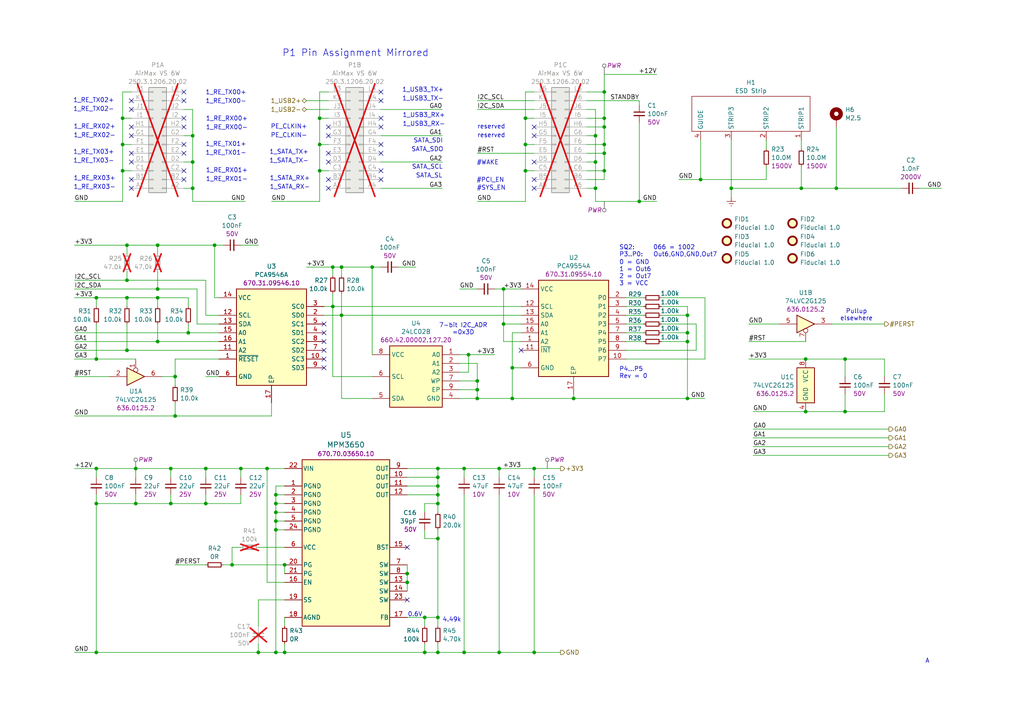
<source format=kicad_sch>
(kicad_sch (version 20231120) (generator "eeschema") (generator_version "8.0")
  (paper "A4")
  (title_block (title "CQ2") (date "2024-07-31") (rev "0") (comment 1 "CPCI-S USB Peripheral Interface") (comment 2 "Manfred Schmitz") (comment 3 "tbd") (comment 4 "2024-05-31") (comment 5 "tbd") (comment 6 "A"))
  (junction (at 138.43 115.57))
  (junction (at 80.01 151.13))
  (junction (at 199.39 115.57))
  (junction (at 35.56 49.53))
  (junction (at 49.53 146.05))
  (junction (at 138.43 113.03))
  (junction (at 152.4 34.29))
  (junction (at 45.72 83.82))
  (junction (at 27.94 86.36))
  (junction (at 245.11 104.14))
  (junction (at 82.55 163.83))
  (junction (at 175.26 34.29))
  (junction (at 55.88 46.99))
  (junction (at 118.11 168.91))
  (junction (at 92.71 41.91))
  (junction (at 127 143.51))
  (junction (at 50.8 120.65))
  (junction (at 166.37 115.57))
  (junction (at 175.26 41.91))
  (junction (at 148.59 106.68))
  (junction (at 127 140.97))
  (junction (at 152.4 49.53))
  (junction (at 175.26 26.67))
  (junction (at 127 138.43))
  (junction (at 172.72 54.61))
  (junction (at 127 135.89))
  (junction (at 80.01 153.67))
  (junction (at 245.11 119.38))
  (junction (at 144.78 135.89))
  (junction (at 118.11 166.37))
  (junction (at 92.71 34.29))
  (junction (at 27.94 104.14))
  (junction (at 80.01 146.05))
  (junction (at 123.19 189.23))
  (junction (at 45.72 86.36))
  (junction (at 35.56 34.29))
  (junction (at 50.8 109.22))
  (junction (at 27.94 189.23))
  (junction (at 185.42 58.42))
  (junction (at 39.37 146.05))
  (junction (at 80.01 143.51))
  (junction (at 242.57 54.61))
  (junction (at 146.05 83.82))
  (junction (at 62.23 71.12))
  (junction (at 233.68 119.38))
  (junction (at 80.01 148.59))
  (junction (at 99.06 77.47))
  (junction (at 67.31 163.83))
  (junction (at 35.56 41.91))
  (junction (at 77.47 135.89))
  (junction (at 199.39 96.52))
  (junction (at 55.88 54.61))
  (junction (at 54.61 96.52))
  (junction (at 69.85 135.89))
  (junction (at 172.72 46.99))
  (junction (at 55.88 39.37))
  (junction (at 107.95 77.47))
  (junction (at 36.83 86.36))
  (junction (at 49.53 135.89))
  (junction (at 175.26 44.45))
  (junction (at 154.94 189.23))
  (junction (at 175.26 36.83))
  (junction (at 96.52 77.47))
  (junction (at 36.83 71.12))
  (junction (at 45.72 71.12))
  (junction (at 59.69 146.05))
  (junction (at 82.55 189.23))
  (junction (at 36.83 101.6))
  (junction (at 123.19 179.07))
  (junction (at 175.26 49.53))
  (junction (at 134.62 189.23))
  (junction (at 99.06 91.44))
  (junction (at 199.39 91.44))
  (junction (at 146.05 93.98))
  (junction (at 36.83 81.28))
  (junction (at 27.94 146.05))
  (junction (at 135.89 102.87))
  (junction (at 45.72 99.06))
  (junction (at 39.37 135.89))
  (junction (at 27.94 135.89))
  (junction (at 127 179.07))
  (junction (at 134.62 135.89))
  (junction (at 127 189.23))
  (junction (at 138.43 110.49))
  (junction (at 232.41 54.61))
  (junction (at 59.69 135.89))
  (junction (at 203.2 52.07))
  (junction (at 212.09 54.61))
  (junction (at 152.4 41.91))
  (junction (at 74.93 189.23))
  (junction (at 127 146.05))
  (junction (at 233.68 104.14))
  (junction (at 92.71 49.53))
  (junction (at 154.94 135.89))
  (junction (at 144.78 189.23))
  (junction (at 172.72 39.37))
  (junction (at 148.59 115.57))
  (junction (at 96.52 88.9))
  (junction (at 199.39 99.06))
  (junction (at 127 156.21))
  (junction (at 80.01 189.23))
  (no_connect (at 110.49 52.07))
  (no_connect (at 93.98 99.06))
  (no_connect (at 38.1 54.61))
  (no_connect (at 53.34 34.29))
  (no_connect (at 38.1 44.45))
  (no_connect (at 93.98 93.98))
  (no_connect (at 95.25 44.45))
  (no_connect (at 38.1 39.37))
  (no_connect (at 110.49 44.45))
  (no_connect (at 154.94 46.99))
  (no_connect (at 154.94 54.61))
  (no_connect (at 95.25 46.99))
  (no_connect (at 110.49 36.83))
  (no_connect (at 110.49 49.53))
  (no_connect (at 118.11 158.75))
  (no_connect (at 53.34 52.07))
  (no_connect (at 38.1 29.21))
  (no_connect (at 154.94 36.83))
  (no_connect (at 154.94 39.37))
  (no_connect (at 38.1 36.83))
  (no_connect (at 38.1 52.07))
  (no_connect (at 95.25 36.83))
  (no_connect (at 95.25 54.61))
  (no_connect (at 154.94 52.07))
  (no_connect (at 93.98 106.68))
  (no_connect (at 151.13 101.6))
  (no_connect (at 53.34 49.53))
  (no_connect (at 95.25 52.07))
  (no_connect (at 53.34 29.21))
  (no_connect (at 110.49 34.29))
  (no_connect (at 93.98 104.14))
  (no_connect (at 53.34 36.83))
  (no_connect (at 110.49 26.67))
  (no_connect (at 38.1 46.99))
  (no_connect (at 38.1 31.75))
  (no_connect (at 110.49 29.21))
  (no_connect (at 53.34 26.67))
  (no_connect (at 93.98 96.52))
  (no_connect (at 118.11 173.99))
  (no_connect (at 53.34 41.91))
  (no_connect (at 95.25 39.37))
  (no_connect (at 93.98 101.6))
  (no_connect (at 53.34 44.45))
  (no_connect (at 110.49 41.91))
  (wire (pts (xy 57.15 93.98) (xy 57.15 83.82)))
  (wire (pts (xy 199.39 96.52) (xy 199.39 99.06)))
  (wire (pts (xy 80.01 146.05) (xy 80.01 148.59)))
  (wire (pts (xy 55.88 58.42) (xy 71.12 58.42)))
  (wire (pts (xy 138.43 115.57) (xy 148.59 115.57)))
  (wire (pts (xy 21.59 96.52) (xy 54.61 96.52)))
  (wire (pts (xy 118.11 138.43) (xy 127 138.43)))
  (wire (pts (xy 82.55 179.07) (xy 82.55 181.61)))
  (wire (pts (xy 127 186.69) (xy 127 189.23)))
  (wire (pts (xy 170.18 31.75) (xy 172.72 31.75)))
  (wire (pts (xy 152.4 49.53) (xy 152.4 58.42)))
  (wire (pts (xy 181.61 86.36) (xy 186.69 86.36)))
  (wire (pts (xy 154.94 143.51) (xy 154.94 189.23)))
  (wire (pts (xy 118.11 143.51) (xy 127 143.51)))
  (wire (pts (xy 21.59 86.36) (xy 27.94 86.36)))
  (wire (pts (xy 256.54 119.38) (xy 245.11 119.38)))
  (wire (pts (xy 21.59 189.23) (xy 27.94 189.23)))
  (wire (pts (xy 172.72 54.61) (xy 172.72 58.42)))
  (wire (pts (xy 21.59 71.12) (xy 36.83 71.12)))
  (wire (pts (xy 59.69 146.05) (xy 69.85 146.05)))
  (wire (pts (xy 59.69 135.89) (xy 69.85 135.89)))
  (wire (pts (xy 110.49 54.61) (xy 128.27 54.61)))
  (wire (pts (xy 92.71 34.29) (xy 95.25 34.29)))
  (wire (pts (xy 154.94 135.89) (xy 162.56 135.89)))
  (wire (pts (xy 185.42 35.56) (xy 185.42 58.42)))
  (wire (pts (xy 212.09 54.61) (xy 232.41 54.61)))
  (wire (pts (xy 82.55 189.23) (xy 123.19 189.23)))
  (wire (pts (xy 118.11 168.91) (xy 118.11 171.45)))
  (wire (pts (xy 170.18 29.21) (xy 185.42 29.21)))
  (wire (pts (xy 45.72 93.98) (xy 45.72 99.06)))
  (wire (pts (xy 80.01 153.67) (xy 80.01 189.23)))
  (wire (pts (xy 134.62 189.23) (xy 127 189.23)))
  (wire (pts (xy 92.71 41.91) (xy 92.71 49.53)))
  (wire (pts (xy 217.17 93.98) (xy 226.06 93.98)))
  (wire (pts (xy 35.56 41.91) (xy 35.56 49.53)))
  (wire (pts (xy 175.26 41.91) (xy 175.26 36.83)))
  (wire (pts (xy 36.83 86.36) (xy 45.72 86.36)))
  (wire (pts (xy 203.2 52.07) (xy 222.25 52.07)))
  (wire (pts (xy 166.37 115.57) (xy 166.37 114.3)))
  (wire (pts (xy 148.59 106.68) (xy 151.13 106.68)))
  (wire (pts (xy 222.25 40.64) (xy 222.25 43.18)))
  (wire (pts (xy 80.01 140.97) (xy 80.01 143.51)))
  (wire (pts (xy 63.5 91.44) (xy 59.69 91.44)))
  (wire (pts (xy 191.77 86.36) (xy 204.47 86.36)))
  (wire (pts (xy 88.9 29.21) (xy 95.25 29.21)))
  (wire (pts (xy 80.01 148.59) (xy 82.55 148.59)))
  (wire (pts (xy 133.35 115.57) (xy 138.43 115.57)))
  (wire (pts (xy 218.44 129.54) (xy 257.81 129.54)))
  (wire (pts (xy 217.17 104.14) (xy 233.68 104.14)))
  (wire (pts (xy 154.94 135.89) (xy 154.94 138.43)))
  (wire (pts (xy 80.01 143.51) (xy 80.01 146.05)))
  (wire (pts (xy 241.3 93.98) (xy 256.54 93.98)))
  (wire (pts (xy 36.83 78.74) (xy 36.83 81.28)))
  (wire (pts (xy 95.25 26.67) (xy 92.71 26.67)))
  (wire (pts (xy 138.43 58.42) (xy 152.4 58.42)))
  (wire (pts (xy 35.56 34.29) (xy 35.56 41.91)))
  (wire (pts (xy 181.61 99.06) (xy 186.69 99.06)))
  (wire (pts (xy 199.39 115.57) (xy 204.47 115.57)))
  (wire (pts (xy 154.94 26.67) (xy 152.4 26.67)))
  (wire (pts (xy 134.62 135.89) (xy 144.78 135.89)))
  (wire (pts (xy 118.11 135.89) (xy 127 135.89)))
  (wire (pts (xy 138.43 113.03) (xy 138.43 115.57)))
  (wire (pts (xy 53.34 31.75) (xy 55.88 31.75)))
  (wire (pts (xy 138.43 31.75) (xy 154.94 31.75)))
  (wire (pts (xy 123.19 153.67) (xy 123.19 156.21)))
  (wire (pts (xy 69.85 158.75) (xy 67.31 158.75)))
  (wire (pts (xy 185.42 58.42) (xy 190.5 58.42)))
  (wire (pts (xy 21.59 58.42) (xy 35.56 58.42)))
  (wire (pts (xy 146.05 93.98) (xy 146.05 99.06)))
  (wire (pts (xy 181.61 104.14) (xy 204.47 104.14)))
  (wire (pts (xy 127 135.89) (xy 134.62 135.89)))
  (wire (pts (xy 135.89 102.87) (xy 135.89 107.95)))
  (wire (pts (xy 99.06 91.44) (xy 99.06 115.57)))
  (wire (pts (xy 55.88 39.37) (xy 55.88 46.99)))
  (wire (pts (xy 181.61 101.6) (xy 201.93 101.6)))
  (wire (pts (xy 148.59 106.68) (xy 148.59 115.57)))
  (wire (pts (xy 74.93 186.69) (xy 74.93 189.23)))
  (wire (pts (xy 123.19 179.07) (xy 118.11 179.07)))
  (wire (pts (xy 170.18 34.29) (xy 175.26 34.29)))
  (wire (pts (xy 146.05 83.82) (xy 151.13 83.82)))
  (wire (pts (xy 191.77 99.06) (xy 199.39 99.06)))
  (wire (pts (xy 21.59 120.65) (xy 50.8 120.65)))
  (wire (pts (xy 127 153.67) (xy 127 156.21)))
  (wire (pts (xy 35.56 26.67) (xy 35.56 34.29)))
  (wire (pts (xy 154.94 189.23) (xy 144.78 189.23)))
  (wire (pts (xy 175.26 44.45) (xy 175.26 41.91)))
  (wire (pts (xy 170.18 54.61) (xy 172.72 54.61)))
  (wire (pts (xy 127 138.43) (xy 127 140.97)))
  (wire (pts (xy 59.69 138.43) (xy 59.69 135.89)))
  (wire (pts (xy 172.72 58.42) (xy 185.42 58.42)))
  (wire (pts (xy 256.54 114.3) (xy 256.54 119.38)))
  (wire (pts (xy 170.18 41.91) (xy 175.26 41.91)))
  (wire (pts (xy 80.01 148.59) (xy 80.01 151.13)))
  (wire (pts (xy 123.19 146.05) (xy 127 146.05)))
  (wire (pts (xy 127 156.21) (xy 127 179.07)))
  (wire (pts (xy 55.88 46.99) (xy 55.88 54.61)))
  (wire (pts (xy 49.53 135.89) (xy 49.53 138.43)))
  (wire (pts (xy 96.52 88.9) (xy 151.13 88.9)))
  (wire (pts (xy 82.55 163.83) (xy 82.55 166.37)))
  (wire (pts (xy 172.72 46.99) (xy 172.72 54.61)))
  (wire (pts (xy 138.43 44.45) (xy 154.94 44.45)))
  (wire (pts (xy 191.77 96.52) (xy 199.39 96.52)))
  (wire (pts (xy 144.78 143.51) (xy 144.78 189.23)))
  (wire (pts (xy 21.59 101.6) (xy 36.83 101.6)))
  (wire (pts (xy 27.94 135.89) (xy 39.37 135.89)))
  (wire (pts (xy 201.93 101.6) (xy 201.93 93.98)))
  (wire (pts (xy 212.09 54.61) (xy 212.09 40.64)))
  (wire (pts (xy 74.93 71.12) (xy 69.85 71.12)))
  (wire (pts (xy 110.49 39.37) (xy 128.27 39.37)))
  (wire (pts (xy 199.39 99.06) (xy 199.39 115.57)))
  (wire (pts (xy 21.59 99.06) (xy 45.72 99.06)))
  (wire (pts (xy 82.55 168.91) (xy 77.47 168.91)))
  (wire (pts (xy 46.99 109.22) (xy 50.8 109.22)))
  (wire (pts (xy 245.11 114.3) (xy 245.11 119.38)))
  (wire (pts (xy 45.72 78.74) (xy 45.72 83.82)))
  (wire (pts (xy 96.52 85.09) (xy 96.52 88.9)))
  (wire (pts (xy 218.44 119.38) (xy 233.68 119.38)))
  (wire (pts (xy 133.35 102.87) (xy 135.89 102.87)))
  (wire (pts (xy 135.89 102.87) (xy 143.51 102.87)))
  (wire (pts (xy 45.72 86.36) (xy 54.61 86.36)))
  (wire (pts (xy 170.18 52.07) (xy 175.26 52.07)))
  (wire (pts (xy 245.11 104.14) (xy 245.11 109.22)))
  (wire (pts (xy 152.4 49.53) (xy 154.94 49.53)))
  (wire (pts (xy 80.01 143.51) (xy 82.55 143.51)))
  (wire (pts (xy 273.05 54.61) (xy 266.7 54.61)))
  (wire (pts (xy 154.94 189.23) (xy 162.56 189.23)))
  (wire (pts (xy 110.49 31.75) (xy 128.27 31.75)))
  (wire (pts (xy 35.56 34.29) (xy 38.1 34.29)))
  (wire (pts (xy 59.69 91.44) (xy 59.69 81.28)))
  (wire (pts (xy 118.11 166.37) (xy 118.11 168.91)))
  (wire (pts (xy 218.44 127) (xy 257.81 127)))
  (wire (pts (xy 170.18 26.67) (xy 175.26 26.67)))
  (wire (pts (xy 170.18 36.83) (xy 175.26 36.83)))
  (wire (pts (xy 146.05 93.98) (xy 146.05 83.82)))
  (wire (pts (xy 36.83 81.28) (xy 59.69 81.28)))
  (wire (pts (xy 127 143.51) (xy 127 140.97)))
  (wire (pts (xy 77.47 168.91) (xy 77.47 135.89)))
  (wire (pts (xy 172.72 31.75) (xy 172.72 39.37)))
  (wire (pts (xy 175.26 52.07) (xy 175.26 49.53)))
  (wire (pts (xy 35.56 49.53) (xy 38.1 49.53)))
  (wire (pts (xy 196.85 52.07) (xy 203.2 52.07)))
  (wire (pts (xy 27.94 86.36) (xy 27.94 88.9)))
  (wire (pts (xy 127 181.61) (xy 127 179.07)))
  (wire (pts (xy 50.8 163.83) (xy 59.69 163.83)))
  (wire (pts (xy 80.01 189.23) (xy 82.55 189.23)))
  (wire (pts (xy 144.78 135.89) (xy 154.94 135.89)))
  (wire (pts (xy 127 146.05) (xy 127 148.59)))
  (wire (pts (xy 222.25 48.26) (xy 222.25 52.07)))
  (wire (pts (xy 21.59 104.14) (xy 27.94 104.14)))
  (wire (pts (xy 148.59 96.52) (xy 148.59 106.68)))
  (wire (pts (xy 21.59 83.82) (xy 45.72 83.82)))
  (wire (pts (xy 123.19 156.21) (xy 127 156.21)))
  (wire (pts (xy 256.54 104.14) (xy 245.11 104.14)))
  (wire (pts (xy 69.85 135.89) (xy 69.85 138.43)))
  (wire (pts (xy 144.78 189.23) (xy 134.62 189.23)))
  (wire (pts (xy 134.62 135.89) (xy 134.62 138.43)))
  (wire (pts (xy 181.61 88.9) (xy 186.69 88.9)))
  (wire (pts (xy 82.55 140.97) (xy 80.01 140.97)))
  (wire (pts (xy 152.4 26.67) (xy 152.4 34.29)))
  (wire (pts (xy 151.13 93.98) (xy 146.05 93.98)))
  (wire (pts (xy 45.72 71.12) (xy 45.72 73.66)))
  (wire (pts (xy 123.19 186.69) (xy 123.19 189.23)))
  (wire (pts (xy 199.39 91.44) (xy 199.39 96.52)))
  (wire (pts (xy 74.93 181.61) (xy 74.93 173.99)))
  (wire (pts (xy 203.2 40.64) (xy 203.2 52.07)))
  (wire (pts (xy 175.26 36.83) (xy 175.26 34.29)))
  (wire (pts (xy 118.11 140.97) (xy 127 140.97)))
  (wire (pts (xy 80.01 151.13) (xy 82.55 151.13)))
  (wire (pts (xy 27.94 93.98) (xy 27.94 104.14)))
  (wire (pts (xy 54.61 96.52) (xy 63.5 96.52)))
  (wire (pts (xy 27.94 86.36) (xy 36.83 86.36)))
  (wire (pts (xy 36.83 86.36) (xy 36.83 88.9)))
  (wire (pts (xy 242.57 54.61) (xy 261.62 54.61)))
  (wire (pts (xy 96.52 109.22) (xy 107.95 109.22)))
  (wire (pts (xy 138.43 29.21) (xy 154.94 29.21)))
  (wire (pts (xy 92.71 49.53) (xy 95.25 49.53)))
  (wire (pts (xy 69.85 135.89) (xy 77.47 135.89)))
  (wire (pts (xy 59.69 146.05) (xy 59.69 143.51)))
  (wire (pts (xy 144.78 135.89) (xy 144.78 138.43)))
  (wire (pts (xy 74.93 158.75) (xy 82.55 158.75)))
  (wire (pts (xy 38.1 26.67) (xy 35.56 26.67)))
  (wire (pts (xy 133.35 83.82) (xy 138.43 83.82)))
  (wire (pts (xy 148.59 115.57) (xy 166.37 115.57)))
  (wire (pts (xy 96.52 77.47) (xy 99.06 77.47)))
  (wire (pts (xy 27.94 146.05) (xy 27.94 189.23)))
  (wire (pts (xy 53.34 46.99) (xy 55.88 46.99)))
  (wire (pts (xy 151.13 96.52) (xy 148.59 96.52)))
  (wire (pts (xy 212.09 57.15) (xy 212.09 54.61)))
  (wire (pts (xy 69.85 143.51) (xy 69.85 146.05)))
  (wire (pts (xy 45.72 86.36) (xy 45.72 88.9)))
  (wire (pts (xy 123.19 189.23) (xy 127 189.23)))
  (wire (pts (xy 64.77 163.83) (xy 67.31 163.83)))
  (wire (pts (xy 55.88 31.75) (xy 55.88 39.37)))
  (wire (pts (xy 92.71 49.53) (xy 92.71 58.42)))
  (wire (pts (xy 74.93 189.23) (xy 80.01 189.23)))
  (wire (pts (xy 92.71 41.91) (xy 95.25 41.91)))
  (wire (pts (xy 80.01 153.67) (xy 82.55 153.67)))
  (wire (pts (xy 172.72 39.37) (xy 172.72 46.99)))
  (wire (pts (xy 80.01 146.05) (xy 82.55 146.05)))
  (wire (pts (xy 217.17 99.06) (xy 233.68 99.06)))
  (wire (pts (xy 49.53 146.05) (xy 59.69 146.05)))
  (wire (pts (xy 88.9 77.47) (xy 96.52 77.47)))
  (wire (pts (xy 39.37 135.89) (xy 49.53 135.89)))
  (wire (pts (xy 74.93 173.99) (xy 82.55 173.99)))
  (wire (pts (xy 181.61 93.98) (xy 186.69 93.98)))
  (wire (pts (xy 233.68 104.14) (xy 245.11 104.14)))
  (wire (pts (xy 36.83 101.6) (xy 63.5 101.6)))
  (wire (pts (xy 123.19 148.59) (xy 123.19 146.05)))
  (wire (pts (xy 82.55 186.69) (xy 82.55 189.23)))
  (wire (pts (xy 181.61 96.52) (xy 186.69 96.52)))
  (wire (pts (xy 27.94 104.14) (xy 39.37 104.14)))
  (wire (pts (xy 152.4 41.91) (xy 154.94 41.91)))
  (wire (pts (xy 166.37 115.57) (xy 199.39 115.57)))
  (wire (pts (xy 78.74 58.42) (xy 92.71 58.42)))
  (wire (pts (xy 134.62 143.51) (xy 134.62 189.23)))
  (wire (pts (xy 110.49 46.99) (xy 128.27 46.99)))
  (wire (pts (xy 45.72 83.82) (xy 57.15 83.82)))
  (wire (pts (xy 49.53 135.89) (xy 59.69 135.89)))
  (wire (pts (xy 204.47 86.36) (xy 204.47 104.14)))
  (wire (pts (xy 35.56 49.53) (xy 35.56 58.42)))
  (wire (pts (xy 36.83 93.98) (xy 36.83 101.6)))
  (wire (pts (xy 175.26 34.29) (xy 175.26 26.67)))
  (wire (pts (xy 53.34 39.37) (xy 55.88 39.37)))
  (wire (pts (xy 201.93 93.98) (xy 191.77 93.98)))
  (wire (pts (xy 53.34 54.61) (xy 55.88 54.61)))
  (wire (pts (xy 21.59 109.22) (xy 31.75 109.22)))
  (wire (pts (xy 152.4 34.29) (xy 154.94 34.29)))
  (wire (pts (xy 175.26 49.53) (xy 175.26 44.45)))
  (wire (pts (xy 93.98 88.9) (xy 96.52 88.9)))
  (wire (pts (xy 127 143.51) (xy 127 146.05)))
  (wire (pts (xy 62.23 71.12) (xy 62.23 86.36)))
  (wire (pts (xy 107.95 102.87) (xy 107.95 77.47)))
  (wire (pts (xy 152.4 34.29) (xy 152.4 41.91)))
  (wire (pts (xy 39.37 135.89) (xy 39.37 138.43)))
  (wire (pts (xy 218.44 124.46) (xy 257.81 124.46)))
  (wire (pts (xy 36.83 71.12) (xy 36.83 73.66)))
  (wire (pts (xy 62.23 86.36) (xy 63.5 86.36)))
  (wire (pts (xy 55.88 54.61) (xy 55.88 58.42)))
  (wire (pts (xy 50.8 109.22) (xy 50.8 104.14)))
  (wire (pts (xy 99.06 85.09) (xy 99.06 91.44)))
  (wire (pts (xy 27.94 189.23) (xy 74.93 189.23)))
  (wire (pts (xy 27.94 135.89) (xy 27.94 138.43)))
  (wire (pts (xy 54.61 88.9) (xy 54.61 86.36)))
  (wire (pts (xy 88.9 31.75) (xy 95.25 31.75)))
  (wire (pts (xy 96.52 80.01) (xy 96.52 77.47)))
  (wire (pts (xy 107.95 77.47) (xy 110.49 77.47)))
  (wire (pts (xy 170.18 49.53) (xy 175.26 49.53)))
  (wire (pts (xy 92.71 26.67) (xy 92.71 34.29)))
  (wire (pts (xy 185.42 29.21) (xy 185.42 30.48)))
  (wire (pts (xy 59.69 109.22) (xy 63.5 109.22)))
  (wire (pts (xy 63.5 93.98) (xy 57.15 93.98)))
  (wire (pts (xy 232.41 48.26) (xy 232.41 54.61)))
  (wire (pts (xy 99.06 77.47) (xy 99.06 80.01)))
  (wire (pts (xy 191.77 91.44) (xy 199.39 91.44)))
  (wire (pts (xy 181.61 91.44) (xy 186.69 91.44)))
  (wire (pts (xy 93.98 91.44) (xy 99.06 91.44)))
  (wire (pts (xy 242.57 36.83) (xy 242.57 54.61)))
  (wire (pts (xy 170.18 39.37) (xy 172.72 39.37)))
  (wire (pts (xy 232.41 54.61) (xy 242.57 54.61)))
  (wire (pts (xy 50.8 104.14) (xy 63.5 104.14)))
  (wire (pts (xy 77.47 135.89) (xy 82.55 135.89)))
  (wire (pts (xy 99.06 91.44) (xy 151.13 91.44)))
  (wire (pts (xy 64.77 71.12) (xy 62.23 71.12)))
  (wire (pts (xy 170.18 46.99) (xy 172.72 46.99)))
  (wire (pts (xy 99.06 115.57) (xy 107.95 115.57)))
  (wire (pts (xy 50.8 116.84) (xy 50.8 120.65)))
  (wire (pts (xy 138.43 110.49) (xy 138.43 113.03)))
  (wire (pts (xy 256.54 109.22) (xy 256.54 104.14)))
  (wire (pts (xy 67.31 163.83) (xy 82.55 163.83)))
  (wire (pts (xy 39.37 143.51) (xy 39.37 146.05)))
  (wire (pts (xy 191.77 88.9) (xy 199.39 88.9)))
  (wire (pts (xy 80.01 151.13) (xy 80.01 153.67)))
  (wire (pts (xy 152.4 41.91) (xy 152.4 49.53)))
  (wire (pts (xy 67.31 158.75) (xy 67.31 163.83)))
  (wire (pts (xy 127 135.89) (xy 127 138.43)))
  (wire (pts (xy 99.06 77.47) (xy 107.95 77.47)))
  (wire (pts (xy 78.74 120.65) (xy 78.74 116.84)))
  (wire (pts (xy 50.8 111.76) (xy 50.8 109.22)))
  (wire (pts (xy 39.37 146.05) (xy 49.53 146.05)))
  (wire (pts (xy 54.61 93.98) (xy 54.61 96.52)))
  (wire (pts (xy 175.26 21.59) (xy 190.5 21.59)))
  (wire (pts (xy 49.53 143.51) (xy 49.53 146.05)))
  (wire (pts (xy 21.59 81.28) (xy 36.83 81.28)))
  (wire (pts (xy 45.72 99.06) (xy 63.5 99.06)))
  (wire (pts (xy 151.13 99.06) (xy 146.05 99.06)))
  (wire (pts (xy 36.83 71.12) (xy 45.72 71.12)))
  (wire (pts (xy 127 179.07) (xy 123.19 179.07)))
  (wire (pts (xy 233.68 119.38) (xy 245.11 119.38)))
  (wire (pts (xy 45.72 71.12) (xy 62.23 71.12)))
  (wire (pts (xy 146.05 83.82) (xy 143.51 83.82)))
  (wire (pts (xy 133.35 113.03) (xy 138.43 113.03)))
  (wire (pts (xy 21.59 135.89) (xy 27.94 135.89)))
  (wire (pts (xy 218.44 132.08) (xy 257.81 132.08)))
  (wire (pts (xy 199.39 88.9) (xy 199.39 91.44)))
  (wire (pts (xy 170.18 44.45) (xy 175.26 44.45)))
  (wire (pts (xy 138.43 105.41) (xy 138.43 110.49)))
  (wire (pts (xy 50.8 120.65) (xy 78.74 120.65)))
  (wire (pts (xy 35.56 41.91) (xy 38.1 41.91)))
  (wire (pts (xy 135.89 107.95) (xy 133.35 107.95)))
  (wire (pts (xy 27.94 143.51) (xy 27.94 146.05)))
  (wire (pts (xy 120.65 77.47) (xy 115.57 77.47)))
  (wire (pts (xy 123.19 179.07) (xy 123.19 181.61)))
  (wire (pts (xy 133.35 105.41) (xy 138.43 105.41)))
  (wire (pts (xy 96.52 88.9) (xy 96.52 109.22)))
  (wire (pts (xy 118.11 163.83) (xy 118.11 166.37)))
  (wire (pts (xy 175.26 26.67) (xy 175.26 21.59)))
  (wire (pts (xy 92.71 34.29) (xy 92.71 41.91)))
  (wire (pts (xy 232.41 40.64) (xy 232.41 43.18)))
  (wire (pts (xy 39.37 146.05) (xy 27.94 146.05)))
  (wire (pts (xy 133.35 110.49) (xy 138.43 110.49)))
  (text "1_SATA_TX+" (at 83.82 44.196 0) (effects (font (size 1.27 1.27))))
  (text "1_RE_TX02-" (at 27.178 31.75 0) (effects (font (size 1.27 1.27))))
  (text "1_RE_TX03+" (at 27.178 44.196 0) (effects (font (size 1.27 1.27))))
  (text "0 = GND\n1 = Out6\n2 = Out7\n3 = VCC" (at 179.578 79.248 0) (effects (font (size 1.27 1.27)) (justify left)))
  (text "SATA_SCL" (at 123.952 48.514 0) (effects (font (size 1.27 1.27))))
  (text "1_USB3_RX+" (at 122.936 33.528 0) (effects (font (size 1.27 1.27))))
  (text "1_RE_RX00-" (at 65.786 37.084 0) (effects (font (size 1.27 1.27))))
  (text "1_SATA_TX-" (at 83.82 46.736 0) (effects (font (size 1.27 1.27))))
  (text "1_RE_TX03-" (at 27.178 46.736 0) (effects (font (size 1.27 1.27))))
  (text "1_RE_TX00+" (at 65.532 26.924 0) (effects (font (size 1.27 1.27))))
  (text "4.49k" (at 131.064 179.832 0) (effects (font (size 1.27 1.27))))
  (text "7-bit I2C_ADR\n=0x3D" (at 134.366 95.504 0) (effects (font (size 1.27 1.27))))
  (text "1_RE_RX02-" (at 27.432 39.37 0) (effects (font (size 1.27 1.27))))
  (text "SATA_SDI" (at 124.206 40.894 0) (effects (font (size 1.27 1.27))))
  (text "1_RE_TX02+" (at 27.178 29.21 0) (effects (font (size 1.27 1.27))))
  (text "PE_CLKIN+" (at 83.82 36.83 0) (effects (font (size 1.27 1.27))))
  (text "1_RE_RX03-" (at 27.432 54.356 0) (effects (font (size 1.27 1.27))))
  (text "A" (at 268.986 191.77 0) (effects (font (size 1.27 1.27))))
  (text "SATA_SDO" (at 123.952 43.434 0) (effects (font (size 1.27 1.27))))
  (text "P4...P5\nRev = 0" (at 179.578 108.204 0) (effects (font (size 1.27 1.27)) (justify left)))
  (text "1_RE_RX01-" (at 65.786 52.07 0) (effects (font (size 1.27 1.27))))
  (text "1_RE_TX01-" (at 65.532 44.45 0) (effects (font (size 1.27 1.27))))
  (text "1_USB3_RX-" (at 122.936 36.068 0) (effects (font (size 1.27 1.27))))
  (text "PE_CLKIN-" (at 83.82 39.37 0) (effects (font (size 1.27 1.27))))
  (text "1_SATA_RX+" (at 84.074 51.816 0) (effects (font (size 1.27 1.27))))
  (text "1_USB3_TX+" (at 122.682 26.162 0) (effects (font (size 1.27 1.27))))
  (text "#SYS_EN" (at 142.494 54.61 0) (effects (font (size 1.27 1.27))))
  (text "SATA_SL" (at 124.46 51.054 0) (effects (font (size 1.27 1.27))))
  (text "#PCI_EN" (at 142.24 52.324 0) (effects (font (size 1.27 1.27))))
  (text "1_RE_TX00-" (at 65.532 29.464 0) (effects (font (size 1.27 1.27))))
  (text "Pullup\nelsewhere" (at 248.412 91.44 0) (effects (font (size 1.27 1.27))))
  (text "SQ2: 	066 = 1002\nP3..P0:	Out6,GND,GND,Out7" (at 179.578 72.898 0) (effects (font (size 1.27 1.27)) (justify left)))
  (text "1_RE_RX01+" (at 65.786 49.53 0) (effects (font (size 1.27 1.27))))
  (text "#WAKE" (at 141.478 47.244 0) (effects (font (size 1.27 1.27))))
  (text "1_USB3_TX-" (at 122.682 28.702 0) (effects (font (size 1.27 1.27))))
  (text "1_RE_RX03+" (at 27.432 51.816 0) (effects (font (size 1.27 1.27))))
  (text "P1 Pin Assignment Mirrored" (at 103.124 15.494 0) (effects (font (size 2 2))))
  (text "reserved" (at 142.494 36.83 0) (effects (font (size 1.27 1.27))))
  (text "1_RE_RX02+" (at 27.432 36.83 0) (effects (font (size 1.27 1.27))))
  (text "1_RE_RX00+" (at 65.786 34.544 0) (effects (font (size 1.27 1.27))))
  (text "1_RE_TX01+" (at 65.532 41.91 0) (effects (font (size 1.27 1.27))))
  (text "reserved" (at 142.494 39.37 0) (effects (font (size 1.27 1.27))))
  (text "0.6V" (at 120.396 178.308 0) (effects (font (size 1.27 1.27))))
  (text "1_SATA_RX-" (at 84.074 54.356 0) (effects (font (size 1.27 1.27))))
  (label "#RST" (at 21.59 109.22 0))
  (label "GND" (at 120.65 77.47 180))
  (label "GND" (at 196.85 52.07 0))
  (label "GND" (at 190.5 58.42 180))
  (label "GND" (at 138.43 58.42 0))
  (label "GA0" (at 128.27 31.75 180))
  (label "+3V3" (at 151.13 135.89 180))
  (label "GND" (at 78.74 58.42 0))
  (label "GA2" (at 128.27 46.99 180))
  (label "GND" (at 217.17 93.98 0))
  (label "GND" (at 21.59 58.42 0))
  (label "+3V3" (at 21.59 86.36 0))
  (label "GND" (at 21.59 120.65 0))
  (label "GND" (at 273.05 54.61 180))
  (label "GA3" (at 218.44 132.08 0))
  (label "I2C_SDA" (at 21.59 83.82 0))
  (label "GND" (at 133.35 83.82 0))
  (label "GA0" (at 21.59 96.52 0))
  (label "STANDBY" (at 185.42 29.21 180))
  (label "GA2" (at 21.59 101.6 0))
  (label "GND" (at 21.59 189.23 0))
  (label "GA1" (at 218.44 127 0))
  (label "GA3" (at 21.59 104.14 0))
  (label "GA1" (at 128.27 39.37 180))
  (label "GND" (at 204.47 115.57 180))
  (label "GA3" (at 128.27 54.61 180))
  (label "GND" (at 71.12 58.42 180))
  (label "I2C_SCL" (at 138.43 29.21 0))
  (label "GA0" (at 218.44 124.46 0))
  (label "GND" (at 74.93 71.12 180))
  (label "#RST" (at 138.43 44.45 0))
  (label "+12V" (at 190.5 21.59 180))
  (label "+12V" (at 21.59 135.89 0))
  (label "+3V3" (at 146.05 83.82 0))
  (label "#PERST" (at 50.8 163.83 0))
  (label "GA1" (at 21.59 99.06 0))
  (label "GND" (at 218.44 119.38 0))
  (label "+3V3" (at 143.51 102.87 180))
  (label "+3V3" (at 21.59 71.12 0))
  (label "I2C_SCL" (at 21.59 81.28 0))
  (label "#RST" (at 217.17 99.06 0))
  (label "GND" (at 59.69 109.22 0))
  (label "GA2" (at 218.44 129.54 0))
  (label "+3V3" (at 88.9 77.47 0))
  (label "I2C_SDA" (at 138.43 31.75 0))
  (label "+3V3" (at 217.17 104.14 0))
  (hierarchical_label "GA3" (shape output) (at 257.81 132.08 0))
  (hierarchical_label "1_USB2+" (shape bidirectional) (at 88.9 29.21 180))
  (hierarchical_label "GA1" (shape output) (at 257.81 127 0))
  (hierarchical_label "+3V3" (shape output) (at 162.56 135.89 0))
  (hierarchical_label "GA2" (shape output) (at 257.81 129.54 0))
  (hierarchical_label "#PERST" (shape output) (at 256.54 93.98 0))
  (hierarchical_label "GND" (shape output) (at 162.56 189.23 0))
  (hierarchical_label "1_USB2-" (shape bidirectional) (at 88.9 31.75 180))
  (hierarchical_label "GA0" (shape output) (at 257.81 124.46 0))
  (netclass_flag "" (length 2.54) (shape round) (at 39.37 135.89 0) (property "Netclass" "PWR" (at 40.0685 133.35 0) (effects (font (italic yes)) (justify left))))
  (netclass_flag "" (length 2.54) (shape round) (at 175.26 58.42 180) (property "Netclass" "PWR" (at 174.5615 60.96 0) (effects (font (italic yes)) (justify right))))
  (netclass_flag "" (length 2.54) (shape round) (at 175.26 21.59 0) (property "Netclass" "PWR" (at 175.9585 19.05 0) (effects (font (italic yes)) (justify left))))
  (netclass_flag "" (length 2.54) (shape round) (at 158.75 135.89 0) (property "Netclass" "PWR" (at 159.4485 133.35 0) (effects (font (italic yes)) (justify left))))
  (symbol (lib_id "ci4rail-database:resistors/168") (at 127 184.15 0) (unit 1)
    (property "Reference" "R45" (at 128.397 182.9378 0) (effects (justify left)))
    (property "Value" "4.70k" (at 128.397 185.3621 0) (effects (justify left)))
    (property "Footprint" "0-standard:0402-resistor" (effects (hide yes)))
    (property "Description" "Thick film resistor" (effects (hide yes)))
    (property "Value1" "+/-1%" (effects (hide yes)))
    (property "Value2" "100 ppm" (effects (hide yes)))
    (property "Value3" "62.5 mW" (effects (hide yes)))
    (property "Value4" "50 V" (effects (hide yes)))
    (property "MPN" "n/a" (effects (hide yes)))
    (property "LTB" "9999" (effects (hide yes)))
    (property "ERP1" "M110-00152-00" (effects (hide yes)))
    (property "ERP2" "101.403.2470" (effects (hide yes)))
    (property "Lifecycle" "released" (effects (hide yes)))
    (property "Cost" "0.01" (effects (hide yes)))
    (property "Outline" "SMT 0402" (effects (hide yes)))
  )
  (symbol (lib_id "ci4rail-database:integrated/136") (at 120.65 109.22 0) (unit 1)
    (property "Reference" "U4" (at 120.65 93.7613 0))
    (property "Value" "24LC02B" (at 120.65 96.1856 0))
    (property "Footprint" "1-special:integrated-136" (effects (hide yes)))
    (property "Datasheet" "${KICAD_CI4RAIL_DATASHEET_DIR}/integrated-136" (effects (hide yes)))
    (property "Description" "EEPROM I2C" (effects (hide yes)))
    (property "Value1" "256x8" (effects (hide yes)))
    (property "Value3" "2.5 to 5.5 V" (effects (hide yes)))
    (property "MPN" "Microchip 24LC02BT-I/MC" (effects (hide yes)))
    (property "LTB" "2030" (effects (hide yes)))
    (property "ERP1" "M168-00005-00" (effects (hide yes)))
    (property "ERP2" "660.42.00002.127.20" (at 120.65 98.6099 0))
    (property "Cost" "0.33" (effects (hide yes)))
    (property "Lifecycle" "released" (effects (hide yes)))
    (property "Outline" "SMT DFN-8_2x3x0.5" (effects (hide yes)))
  )
  (symbol (lib_id "ci4rail-database:capacitors/86") (at 185.42 33.02 0) (unit 1)
    (property "Reference" "C1" (at 187.7441 30.602 0) (effects (justify left)))
    (property "Value" "100nF" (at 187.7441 33.0263 0) (effects (justify left)))
    (property "Footprint" "0-standard:0402-capacitor" (effects (hide yes)))
    (property "Description" "Multilayer Ceramic Capacitors" (effects (hide yes)))
    (property "Value1" "+/-10 %" (effects (hide yes)))
    (property "Value2" "50V" (at 187.7441 35.4506 0) (effects (justify left)))
    (property "Value3" "X5R/X7R" (effects (hide yes)))
    (property "MPN" "n/a" (effects (hide yes)))
    (property "LTB" "9999" (effects (hide yes)))
    (property "ERP1" "M120-00060-00" (effects (hide yes)))
    (property "ERP2" "110.42.410.050.0" (effects (hide yes)))
    (property "Cost" "0.02" (effects (hide yes)))
    (property "Lifecycle" "released" (effects (hide yes)))
    (property "Outline" "SMT 0402" (effects (hide yes)))
  )
  (symbol (lib_id "ci4rail-database:various/9") (at 229.87 69.85 0) (unit 1)
    (property "Reference" "FID4" (at 232.029 68.6378 0) (effects (justify left)))
    (property "Value" "Fiducial 1.0" (at 232.029 71.0621 0) (effects (justify left)))
    (property "Footprint" "1-special:various-9" (effects (hide yes)))
    (property "Description" "Fiducial 1.0" (effects (hide yes)))
    (property "MPN" "n/a" (effects (hide yes)))
    (property "LTB" "9999" (effects (hide yes)))
    (property "ERP1" "P200-00002-01" (effects (hide yes)))
    (property "ERP2" "various-9" (effects (hide yes)))
    (property "Cost" "0" (effects (hide yes)))
    (property "Lifecycle" "do not use" (effects (hide yes)))
  )
  (symbol (lib_id "ci4rail-database:integrated/125") (at 233.68 111.76 0) (mirror y) (unit 3)
    (property "Reference" "U1" (at 230.3781 109.3357 0) (effects (justify left)))
    (property "Value" "74LVC2G125" (at 230.3781 111.76 0) (effects (justify left)))
    (property "Footprint" "0-standard:VSSOP-8_2.3x2mm_P0.5mm" (effects (hide yes)))
    (property "Datasheet" "${KICAD_CI4RAIL_DATASHEET_DIR}/integrated-125" (effects (hide yes)))
    (property "Description" "Logic Bus Buffer" (effects (hide yes)))
    (property "Value1" "1.65 to 5.5 V" (effects (hide yes)))
    (property "Value2" "4.3 ns (max)" (effects (hide yes)))
    (property "MPN" "TI SN74LVC2G125DCUR" (effects (hide yes)))
    (property "MPN1" "Nexperia 74LVC2G125DC" (effects (hide yes)))
    (property "LTB" "2034" (effects (hide yes)))
    (property "ERP1" "integrated-125" (effects (hide yes)))
    (property "ERP2" "636.0125.2" (at 230.3781 114.1843 0) (effects (justify left)))
    (property "Cost" "0.40" (effects (hide yes)))
    (property "Lifecycle" "review pending CQ2" (effects (hide yes)))
    (property "Outline" "SMT VSSOP-8" (effects (hide yes)))
  )
  (symbol (lib_id "ci4rail-database:capacitors/86") (at 245.11 111.76 180) (unit 1)
    (property "Reference" "C6" (at 247.434 109.3293 0) (effects (justify right)))
    (property "Value" "100nF" (at 247.434 111.7536 0) (effects (justify right)))
    (property "Footprint" "0-standard:0402-capacitor" (effects (hide yes)))
    (property "Description" "Multilayer Ceramic Capacitors" (effects (hide yes)))
    (property "Value1" "+/-10 %" (effects (hide yes)))
    (property "Value2" "50V" (at 247.434 114.1779 0) (effects (justify right)))
    (property "Value3" "X5R/X7R" (effects (hide yes)))
    (property "MPN" "n/a" (effects (hide yes)))
    (property "LTB" "9999" (effects (hide yes)))
    (property "ERP1" "M120-00060-00" (effects (hide yes)))
    (property "ERP2" "110.42.410.050.0" (effects (hide yes)))
    (property "Cost" "0.02" (effects (hide yes)))
    (property "Lifecycle" "released" (effects (hide yes)))
    (property "Outline" "SMT 0402" (effects (hide yes)))
  )
  (symbol (lib_id "ci4rail-database:resistors/236") (at 232.41 45.72 0) (unit 1)
    (property "Reference" "R24" (at 233.807 43.2957 0) (effects (justify left)))
    (property "Value" "10.0M" (at 233.807 45.72 0) (effects (justify left)))
    (property "Footprint" "0-standard:1206-resistor" (effects (hide yes)))
    (property "Description" "Thick film resistor" (effects (hide yes)))
    (property "Value1" "+/-10%" (effects (hide yes)))
    (property "Value2" "250ppm" (effects (hide yes)))
    (property "Value3" "250 mW" (effects (hide yes)))
    (property "Value4" "1500V" (at 233.807 48.1443 0) (effects (justify left)))
    (property "MPN" "n/a" (effects (hide yes)))
    (property "LTB" "9999" (effects (hide yes)))
    (property "ERP1" "M110-00218-00" (effects (hide yes)))
    (property "ERP2" "101.205.610" (effects (hide yes)))
    (property "Lifecycle" "released" (effects (hide yes)))
    (property "Cost" "0.10" (effects (hide yes)))
    (property "Outline" "SMT 1206" (effects (hide yes)))
  )
  (symbol (lib_id "ci4rail-database:various/9") (at 210.82 69.85 0) (unit 1)
    (property "Reference" "FID3" (at 212.979 68.6378 0) (effects (justify left)))
    (property "Value" "Fiducial 1.0" (at 212.979 71.0621 0) (effects (justify left)))
    (property "Footprint" "1-special:various-9" (effects (hide yes)))
    (property "Description" "Fiducial 1.0" (effects (hide yes)))
    (property "MPN" "n/a" (effects (hide yes)))
    (property "LTB" "9999" (effects (hide yes)))
    (property "ERP1" "P200-00002-01" (effects (hide yes)))
    (property "ERP2" "various-9" (effects (hide yes)))
    (property "Cost" "0" (effects (hide yes)))
    (property "Lifecycle" "do not use" (effects (hide yes)))
  )
  (symbol (lib_id "ci4rail-database:resistors/189") (at 127 151.13 0) (unit 1)
    (property "Reference" "R40" (at 128.397 149.9178 0) (effects (justify left)))
    (property "Value" "20.0k" (at 128.397 152.3421 0) (effects (justify left)))
    (property "Footprint" "0-standard:0402-resistor" (effects (hide yes)))
    (property "Description" "Thick film resistor" (effects (hide yes)))
    (property "Value1" "+/-1%" (effects (hide yes)))
    (property "Value2" "100 ppm" (effects (hide yes)))
    (property "Value3" "62.5 mW" (effects (hide yes)))
    (property "Value4" "50 V" (effects (hide yes)))
    (property "MPN" "n/a" (effects (hide yes)))
    (property "LTB" "9999" (effects (hide yes)))
    (property "ERP1" "M110-00173-00" (effects (hide yes)))
    (property "ERP2" "101.403.3200" (effects (hide yes)))
    (property "Lifecycle" "released" (effects (hide yes)))
    (property "Cost" "0.01" (effects (hide yes)))
    (property "Outline" "SMT 0402" (effects (hide yes)))
  )
  (symbol (lib_id "-power:Earth") (at 212.09 57.15 0) (unit 1)
    (property "Reference" "#PWR01" (effects (hide yes)))
    (property "Value" "Earth" (effects (hide yes)))
    (property "Description" "Power symbol creates a global label with name \"Earth\"" (effects (hide yes)))
  )
  (symbol (lib_id "ci4rail-database:capacitors/11") (at 264.16 54.61 270) (unit 1)
    (property "Reference" "C2" (at 264.1536 46.4792 90))
    (property "Value" "1.0nF" (at 264.1536 48.9035 90))
    (property "Footprint" "0-standard:1206-capacitor" (effects (hide yes)))
    (property "Description" "Multilayer Ceramic Capacitors" (effects (hide yes)))
    (property "Value1" "+/-20 %" (effects (hide yes)))
    (property "Value2" "2000V" (at 264.1536 51.3278 90))
    (property "Value3" "X7R" (effects (hide yes)))
    (property "MPN" "n/a" (effects (hide yes)))
    (property "LTB" "9999" (effects (hide yes)))
    (property "ERP1" "M120-00003-04" (effects (hide yes)))
    (property "ERP2" "110.1.210.10000.0" (effects (hide yes)))
    (property "Cost" "0.03" (effects (hide yes)))
    (property "Lifecycle" "released" (effects (hide yes)))
    (property "Outline" "SMT 1206" (effects (hide yes)))
  )
  (symbol (lib_id "ci4rail-database:capacitors/97") (at 123.19 151.13 0) (mirror y) (unit 1)
    (property "Reference" "C16" (at 120.8659 148.712 0) (effects (justify left)))
    (property "Value" "39pF" (at 120.8659 151.1363 0) (effects (justify left)))
    (property "Footprint" "0-standard:0402-capacitor" (effects (hide yes)))
    (property "Description" "Multilayer Ceramic Capacitors" (effects (hide yes)))
    (property "Value1" "+/-10 %" (effects (hide yes)))
    (property "Value2" "50V" (at 120.8659 153.5606 0) (effects (justify left)))
    (property "Value3" "C0G/NP0" (effects (hide yes)))
    (property "MPN" "n/a" (effects (hide yes)))
    (property "LTB" "9999" (effects (hide yes)))
    (property "ERP1" "M120-00071-00" (effects (hide yes)))
    (property "ERP2" "110.42.039.050.0" (effects (hide yes)))
    (property "Cost" "0.01" (effects (hide yes)))
    (property "Lifecycle" "released" (effects (hide yes)))
    (property "Outline" "SMT 0402" (effects (hide yes)))
  )
  (symbol (lib_id "ci4rail-database:integrated/125") (at 233.68 93.98 0) (unit 2)
    (property "Reference" "U1" (at 233.68 84.8713 0))
    (property "Value" "74LVC2G125" (at 233.68 87.2956 0))
    (property "Footprint" "0-standard:VSSOP-8_2.3x2mm_P0.5mm" (effects (hide yes)))
    (property "Datasheet" "${KICAD_CI4RAIL_DATASHEET_DIR}/integrated-125" (effects (hide yes)))
    (property "Description" "Logic Bus Buffer" (effects (hide yes)))
    (property "Value1" "1.65 to 5.5 V" (effects (hide yes)))
    (property "Value2" "4.3 ns (max)" (effects (hide yes)))
    (property "MPN" "TI SN74LVC2G125DCUR" (effects (hide yes)))
    (property "MPN1" "Nexperia 74LVC2G125DC" (effects (hide yes)))
    (property "LTB" "2034" (effects (hide yes)))
    (property "ERP1" "integrated-125" (effects (hide yes)))
    (property "ERP2" "636.0125.2" (at 233.68 89.7199 0))
    (property "Cost" "0.40" (effects (hide yes)))
    (property "Lifecycle" "review pending CQ2" (effects (hide yes)))
    (property "Outline" "SMT VSSOP-8" (effects (hide yes)))
  )
  (symbol (lib_id "ci4rail-database:various/9") (at 210.82 64.77 0) (unit 1)
    (property "Reference" "FID1" (at 212.979 63.5578 0) (effects (justify left)))
    (property "Value" "Fiducial 1.0" (at 212.979 65.9821 0) (effects (justify left)))
    (property "Footprint" "1-special:various-9" (effects (hide yes)))
    (property "Description" "Fiducial 1.0" (effects (hide yes)))
    (property "MPN" "n/a" (effects (hide yes)))
    (property "LTB" "9999" (effects (hide yes)))
    (property "ERP1" "P200-00002-01" (effects (hide yes)))
    (property "ERP2" "various-9" (effects (hide yes)))
    (property "Cost" "0" (effects (hide yes)))
    (property "Lifecycle" "do not use" (effects (hide yes)))
  )
  (symbol (lib_id "ci4rail-database:capacitors/86") (at 74.93 184.15 0) (unit 1) (dnp yes)
    (property "Reference" "C17" (at 72.606 181.732 0) (effects (justify right)))
    (property "Value" "100nF" (at 72.606 184.1563 0) (effects (justify right)))
    (property "Footprint" "0-standard:0402-capacitor" (effects (hide yes)))
    (property "Description" "Multilayer Ceramic Capacitors" (effects (hide yes)))
    (property "Value1" "+/-10 %" (effects (hide yes)))
    (property "Value2" "50V" (at 72.606 186.5806 0) (effects (justify right)))
    (property "Value3" "X5R/X7R" (effects (hide yes)))
    (property "MPN" "n/a" (effects (hide yes)))
    (property "LTB" "9999" (effects (hide yes)))
    (property "ERP1" "M120-00060-00" (effects (hide yes)))
    (property "ERP2" "110.42.410.050.0" (effects (hide yes)))
    (property "Cost" "0.02" (effects (hide yes)))
    (property "Lifecycle" "released" (effects (hide yes)))
    (property "Outline" "SMT 0402" (effects (hide yes)))
  )
  (symbol (lib_id "ci4rail-database:capacitors/98") (at 69.85 140.97 0) (unit 1)
    (property "Reference" "C12" (at 72.1741 138.552 0) (effects (justify left)))
    (property "Value" "22uF" (at 72.1741 140.9763 0) (effects (justify left)))
    (property "Footprint" "0-standard:0805-capacitor" (effects (hide yes)))
    (property "Description" "Multilayer Ceramic Capacitors" (effects (hide yes)))
    (property "Value1" "+/-20 %" (effects (hide yes)))
    (property "Value2" "25V" (at 72.1741 143.4006 0) (effects (justify left)))
    (property "Value3" "X5R" (effects (hide yes)))
    (property "MPN" "n/a" (effects (hide yes)))
    (property "LTB" "9999" (effects (hide yes)))
    (property "ERP1" "M120-00072-00" (effects (hide yes)))
    (property "ERP2" "110.8.622.025.0" (effects (hide yes)))
    (property "Cost" "0.05" (effects (hide yes)))
    (property "Lifecycle" "released" (effects (hide yes)))
    (property "Outline" "SMT 0805" (effects (hide yes)))
  )
  (symbol (lib_id "ci4rail-database:resistors/179") (at 96.52 82.55 0) (unit 1)
    (property "Reference" "R27" (at 95.123 81.3378 0) (effects (justify right)))
    (property "Value" "10.0k" (at 95.123 83.7621 0) (effects (justify right)))
    (property "Footprint" "0-standard:0402-resistor" (effects (hide yes)))
    (property "Description" "Thick film resistor" (effects (hide yes)))
    (property "Value1" "+/-1%" (effects (hide yes)))
    (property "Value2" "100 ppm" (effects (hide yes)))
    (property "Value3" "62.5 mW" (effects (hide yes)))
    (property "Value4" "50 V" (effects (hide yes)))
    (property "MPN" "n/a" (effects (hide yes)))
    (property "LTB" "9999" (effects (hide yes)))
    (property "ERP1" "M110-00163-00" (effects (hide yes)))
    (property "ERP2" "101.403.3100" (effects (hide yes)))
    (property "Lifecycle" "released" (effects (hide yes)))
    (property "Cost" "0.01" (effects (hide yes)))
    (property "Outline" "SMT 0402" (effects (hide yes)))
  )
  (symbol (lib_id "ci4rail-database:resistors/179") (at 99.06 82.55 0) (mirror y) (unit 1)
    (property "Reference" "R28" (at 100.457 81.3378 0) (effects (justify right)))
    (property "Value" "10.0k" (at 100.457 83.7621 0) (effects (justify right)))
    (property "Footprint" "0-standard:0402-resistor" (effects (hide yes)))
    (property "Description" "Thick film resistor" (effects (hide yes)))
    (property "Value1" "+/-1%" (effects (hide yes)))
    (property "Value2" "100 ppm" (effects (hide yes)))
    (property "Value3" "62.5 mW" (effects (hide yes)))
    (property "Value4" "50 V" (effects (hide yes)))
    (property "MPN" "n/a" (effects (hide yes)))
    (property "LTB" "9999" (effects (hide yes)))
    (property "ERP1" "M110-00163-00" (effects (hide yes)))
    (property "ERP2" "101.403.3100" (effects (hide yes)))
    (property "Lifecycle" "released" (effects (hide yes)))
    (property "Cost" "0.01" (effects (hide yes)))
    (property "Outline" "SMT 0402" (effects (hide yes)))
  )
  (symbol (lib_id "ci4rail-database:resistors/179") (at 45.72 91.44 0) (unit 1)
    (property "Reference" "R33" (at 44.323 90.2278 0) (effects (justify right)))
    (property "Value" "10.0k" (at 44.323 92.6521 0) (effects (justify right)))
    (property "Footprint" "0-standard:0402-resistor" (effects (hide yes)))
    (property "Description" "Thick film resistor" (effects (hide yes)))
    (property "Value1" "+/-1%" (effects (hide yes)))
    (property "Value2" "100 ppm" (effects (hide yes)))
    (property "Value3" "62.5 mW" (effects (hide yes)))
    (property "Value4" "50 V" (effects (hide yes)))
    (property "MPN" "n/a" (effects (hide yes)))
    (property "LTB" "9999" (effects (hide yes)))
    (property "ERP1" "M110-00163-00" (effects (hide yes)))
    (property "ERP2" "101.403.3100" (effects (hide yes)))
    (property "Lifecycle" "released" (effects (hide yes)))
    (property "Cost" "0.01" (effects (hide yes)))
    (property "Outline" "SMT 0402" (effects (hide yes)))
  )
  (symbol (lib_id "ci4rail-database:resistors/150") (at 189.23 99.06 90) (unit 1)
    (property "Reference" "R38" (at 184.15 98.044 90))
    (property "Value" "1.00k" (at 194.31 97.79 90))
    (property "Footprint" "0-standard:0402-resistor" (effects (hide yes)))
    (property "Description" "Thick film resistor" (effects (hide yes)))
    (property "Value1" "+/-1%" (effects (hide yes)))
    (property "Value2" "100 ppm" (effects (hide yes)))
    (property "Value3" "62.5 mW" (effects (hide yes)))
    (property "Value4" "50 V" (effects (hide yes)))
    (property "MPN" "n/a" (effects (hide yes)))
    (property "LTB" "9999" (effects (hide yes)))
    (property "ERP1" "M110-00134-00" (effects (hide yes)))
    (property "ERP2" "101.403.2100" (effects (hide yes)))
    (property "Lifecycle" "released" (effects (hide yes)))
    (property "Cost" "0.01" (effects (hide yes)))
    (property "Outline" "SMT 0402" (effects (hide yes)))
  )
  (symbol (lib_id "ci4rail-database:resistors/200") (at 36.83 76.2 0) (mirror y) (unit 1) (dnp yes)
    (property "Reference" "R25" (at 35.433 74.9878 0) (effects (justify left)))
    (property "Value" "47.0k" (at 35.433 77.4121 0) (effects (justify left)))
    (property "Footprint" "0-standard:0402-resistor" (effects (hide yes)))
    (property "Description" "Thick film resistor" (effects (hide yes)))
    (property "Value1" "+/-1%" (effects (hide yes)))
    (property "Value2" "100 ppm" (effects (hide yes)))
    (property "Value3" "62.5 mW" (effects (hide yes)))
    (property "Value4" "50 V" (effects (hide yes)))
    (property "MPN" "n/a" (effects (hide yes)))
    (property "LTB" "9999" (effects (hide yes)))
    (property "ERP1" "M110-00184-00" (effects (hide yes)))
    (property "ERP2" "101.403.3470" (effects (hide yes)))
    (property "Lifecycle" "released" (effects (hide yes)))
    (property "Cost" "0.01" (effects (hide yes)))
    (property "Outline" "SMT 0402" (effects (hide yes)))
  )
  (symbol (lib_id "ci4rail-database:various/9") (at 210.82 74.93 0) (unit 1)
    (property "Reference" "FID5" (at 212.979 73.7178 0) (effects (justify left)))
    (property "Value" "Fiducial 1.0" (at 212.979 76.1421 0) (effects (justify left)))
    (property "Footprint" "1-special:various-9" (effects (hide yes)))
    (property "Description" "Fiducial 1.0" (effects (hide yes)))
    (property "MPN" "n/a" (effects (hide yes)))
    (property "LTB" "9999" (effects (hide yes)))
    (property "ERP1" "P200-00002-01" (effects (hide yes)))
    (property "ERP2" "various-9" (effects (hide yes)))
    (property "Cost" "0" (effects (hide yes)))
    (property "Lifecycle" "do not use" (effects (hide yes)))
  )
  (symbol (lib_id "ci4rail-database:resistors/236") (at 222.25 45.72 0) (unit 1)
    (property "Reference" "R23" (at 223.647 43.2957 0) (effects (justify left)))
    (property "Value" "10.0M" (at 223.647 45.72 0) (effects (justify left)))
    (property "Footprint" "0-standard:1206-resistor" (effects (hide yes)))
    (property "Description" "Thick film resistor" (effects (hide yes)))
    (property "Value1" "+/-10%" (effects (hide yes)))
    (property "Value2" "250ppm" (effects (hide yes)))
    (property "Value3" "250 mW" (effects (hide yes)))
    (property "Value4" "1500V" (at 223.647 48.1443 0) (effects (justify left)))
    (property "MPN" "n/a" (effects (hide yes)))
    (property "LTB" "9999" (effects (hide yes)))
    (property "ERP1" "M110-00218-00" (effects (hide yes)))
    (property "ERP2" "101.205.610" (effects (hide yes)))
    (property "Lifecycle" "released" (effects (hide yes)))
    (property "Cost" "0.10" (effects (hide yes)))
    (property "Outline" "SMT 1206" (effects (hide yes)))
  )
  (symbol (lib_id "ci4rail-database:capacitors/86") (at 140.97 83.82 270) (mirror x) (unit 1)
    (property "Reference" "C5" (at 140.9636 75.6892 90))
    (property "Value" "100nF" (at 140.9636 78.1135 90))
    (property "Footprint" "0-standard:0402-capacitor" (effects (hide yes)))
    (property "Description" "Multilayer Ceramic Capacitors" (effects (hide yes)))
    (property "Value1" "+/-10 %" (effects (hide yes)))
    (property "Value2" "50V" (at 140.9636 80.5378 90))
    (property "Value3" "X5R/X7R" (effects (hide yes)))
    (property "MPN" "n/a" (effects (hide yes)))
    (property "LTB" "9999" (effects (hide yes)))
    (property "ERP1" "M120-00060-00" (effects (hide yes)))
    (property "ERP2" "110.42.410.050.0" (effects (hide yes)))
    (property "Cost" "0.02" (effects (hide yes)))
    (property "Lifecycle" "released" (effects (hide yes)))
    (property "Outline" "SMT 0402" (effects (hide yes)))
  )
  (symbol (lib_id "ci4rail-database:resistors/179") (at 50.8 114.3 180) (unit 1)
    (property "Reference" "R39" (at 52.197 113.0878 0) (effects (justify right)))
    (property "Value" "10.0k" (at 52.197 115.5121 0) (effects (justify right)))
    (property "Footprint" "0-standard:0402-resistor" (effects (hide yes)))
    (property "Description" "Thick film resistor" (effects (hide yes)))
    (property "Value1" "+/-1%" (effects (hide yes)))
    (property "Value2" "100 ppm" (effects (hide yes)))
    (property "Value3" "62.5 mW" (effects (hide yes)))
    (property "Value4" "50 V" (effects (hide yes)))
    (property "MPN" "n/a" (effects (hide yes)))
    (property "LTB" "9999" (effects (hide yes)))
    (property "ERP1" "M110-00163-00" (effects (hide yes)))
    (property "ERP2" "101.403.3100" (effects (hide yes)))
    (property "Lifecycle" "released" (effects (hide yes)))
    (property "Cost" "0.01" (effects (hide yes)))
    (property "Outline" "SMT 0402" (effects (hide yes)))
  )
  (symbol (lib_id "ci4rail-database:capacitors/99") (at 134.62 140.97 0) (unit 1)
    (property "Reference" "C13" (at 136.9441 138.552 0) (effects (justify left)))
    (property "Value" "47uF" (at 136.9441 140.9763 0) (effects (justify left)))
    (property "Footprint" "0-standard:0805-capacitor" (effects (hide yes)))
    (property "Description" "Multilayer Ceramic Capacitors" (effects (hide yes)))
    (property "Value1" "+/-20 %" (effects (hide yes)))
    (property "Value2" "10V" (at 136.9441 143.4006 0) (effects (justify left)))
    (property "Value3" "X5R" (effects (hide yes)))
    (property "MPN" "n/a" (effects (hide yes)))
    (property "LTB" "9999" (effects (hide yes)))
    (property "ERP1" "M120-00073-00" (effects (hide yes)))
    (property "ERP2" "110.8.647.010.0" (effects (hide yes)))
    (property "Cost" "0.15" (effects (hide yes)))
    (property "Lifecycle" "released" (effects (hide yes)))
    (property "Outline" "SMT 0805" (effects (hide yes)))
  )
  (symbol (lib_id "ci4rail-database:resistors/150") (at 189.23 96.52 90) (unit 1)
    (property "Reference" "R37" (at 184.15 95.504 90))
    (property "Value" "1.00k" (at 194.31 95.25 90))
    (property "Footprint" "0-standard:0402-resistor" (effects (hide yes)))
    (property "Description" "Thick film resistor" (effects (hide yes)))
    (property "Value1" "+/-1%" (effects (hide yes)))
    (property "Value2" "100 ppm" (effects (hide yes)))
    (property "Value3" "62.5 mW" (effects (hide yes)))
    (property "Value4" "50 V" (effects (hide yes)))
    (property "MPN" "n/a" (effects (hide yes)))
    (property "LTB" "9999" (effects (hide yes)))
    (property "ERP1" "M110-00134-00" (effects (hide yes)))
    (property "ERP2" "101.403.2100" (effects (hide yes)))
    (property "Lifecycle" "released" (effects (hide yes)))
    (property "Cost" "0.01" (effects (hide yes)))
    (property "Outline" "SMT 0402" (effects (hide yes)))
  )
  (symbol (lib_id "ci4rail-database:integrated/138") (at 166.37 95.25 0) (unit 1)
    (property "Reference" "U2" (at 166.37 74.7113 0))
    (property "Value" "PCA9554A" (at 166.37 77.1356 0))
    (property "Footprint" "0-standard:VQFN-16_4x4mm_P0.5mm" (effects (hide yes)))
    (property "Datasheet" "${KICAD_CI4RAIL_DATASHEET_DIR}/integrated-138" (effects (hide yes)))
    (property "Description" "Interface I2C GPIO - SMT" (effects (hide yes)))
    (property "Value1" "8 IO" (effects (hide yes)))
    (property "Value3" "2.3 to 5.5 V" (effects (hide yes)))
    (property "MPN" "TI PCA9554ARGVR" (effects (hide yes)))
    (property "LTB" "2030" (effects (hide yes)))
    (property "ERP1" "integrated-138" (effects (hide yes)))
    (property "ERP2" "670.31.09554.10" (at 166.37 79.5599 0))
    (property "Cost" "1.01" (effects (hide yes)))
    (property "Lifecycle" "ERP1 pending SO1" (effects (hide yes)))
    (property "Outline" "SMT VQFN-16_4x4mm_P0.5mm" (effects (hide yes)))
  )
  (symbol (lib_id "ci4rail-database:capacitors/86") (at 27.94 140.97 0) (unit 1)
    (property "Reference" "C8" (at 30.2641 138.552 0) (effects (justify left)))
    (property "Value" "100nF" (at 30.2641 140.9763 0) (effects (justify left)))
    (property "Footprint" "0-standard:0402-capacitor" (effects (hide yes)))
    (property "Description" "Multilayer Ceramic Capacitors" (effects (hide yes)))
    (property "Value1" "+/-10 %" (effects (hide yes)))
    (property "Value2" "50V" (at 30.2641 143.4006 0) (effects (justify left)))
    (property "Value3" "X5R/X7R" (effects (hide yes)))
    (property "MPN" "n/a" (effects (hide yes)))
    (property "LTB" "9999" (effects (hide yes)))
    (property "ERP1" "M120-00060-00" (effects (hide yes)))
    (property "ERP2" "110.42.410.050.0" (effects (hide yes)))
    (property "Cost" "0.02" (effects (hide yes)))
    (property "Lifecycle" "released" (effects (hide yes)))
    (property "Outline" "SMT 0402" (effects (hide yes)))
  )
  (symbol (lib_id "ci4rail-database:resistors/179") (at 27.94 91.44 0) (unit 1)
    (property "Reference" "R31" (at 26.543 90.2278 0) (effects (justify right)))
    (property "Value" "10.0k" (at 26.543 92.6521 0) (effects (justify right)))
    (property "Footprint" "0-standard:0402-resistor" (effects (hide yes)))
    (property "Description" "Thick film resistor" (effects (hide yes)))
    (property "Value1" "+/-1%" (effects (hide yes)))
    (property "Value2" "100 ppm" (effects (hide yes)))
    (property "Value3" "62.5 mW" (effects (hide yes)))
    (property "Value4" "50 V" (effects (hide yes)))
    (property "MPN" "n/a" (effects (hide yes)))
    (property "LTB" "9999" (effects (hide yes)))
    (property "ERP1" "M110-00163-00" (effects (hide yes)))
    (property "ERP2" "101.403.3100" (effects (hide yes)))
    (property "Lifecycle" "released" (effects (hide yes)))
    (property "Cost" "0.01" (effects (hide yes)))
    (property "Outline" "SMT 0402" (effects (hide yes)))
  )
  (symbol (lib_id "ci4rail-database:various/9") (at 229.87 64.77 0) (unit 1)
    (property "Reference" "FID2" (at 232.029 63.5578 0) (effects (justify left)))
    (property "Value" "Fiducial 1.0" (at 232.029 65.9821 0) (effects (justify left)))
    (property "Footprint" "1-special:various-9" (effects (hide yes)))
    (property "Description" "Fiducial 1.0" (effects (hide yes)))
    (property "MPN" "n/a" (effects (hide yes)))
    (property "LTB" "9999" (effects (hide yes)))
    (property "ERP1" "P200-00002-01" (effects (hide yes)))
    (property "ERP2" "various-9" (effects (hide yes)))
    (property "Cost" "0" (effects (hide yes)))
    (property "Lifecycle" "do not use" (effects (hide yes)))
  )
  (symbol (lib_id "ci4rail-database:capacitors/86") (at 154.94 140.97 0) (unit 1)
    (property "Reference" "C15" (at 157.2641 138.552 0) (effects (justify left)))
    (property "Value" "100nF" (at 157.2641 140.9763 0) (effects (justify left)))
    (property "Footprint" "0-standard:0402-capacitor" (effects (hide yes)))
    (property "Description" "Multilayer Ceramic Capacitors" (effects (hide yes)))
    (property "Value1" "+/-10 %" (effects (hide yes)))
    (property "Value2" "50V" (at 157.2641 143.4006 0) (effects (justify left)))
    (property "Value3" "X5R/X7R" (effects (hide yes)))
    (property "MPN" "n/a" (effects (hide yes)))
    (property "LTB" "9999" (effects (hide yes)))
    (property "ERP1" "M120-00060-00" (effects (hide yes)))
    (property "ERP2" "110.42.410.050.0" (effects (hide yes)))
    (property "Cost" "0.02" (effects (hide yes)))
    (property "Lifecycle" "released" (effects (hide yes)))
    (property "Outline" "SMT 0402" (effects (hide yes)))
  )
  (symbol (lib_id "ci4rail-database:integrated/141") (at 100.33 156.21 0) (unit 1)
    (property "Reference" "U5" (at 100.33 126.1684 0) (effects (font (size 1.524 1.524))))
    (property "Value" "MPM3650" (at 100.33 129.0013 0) (effects (font (size 1.524 1.524))))
    (property "Footprint" "1-special:integrated-141" (effects (hide yes)))
    (property "Datasheet" "${KICAD_CI4RAIL_DATASHEET_DIR}/integrated-141" (effects (hide yes)))
    (property "Description" "Power Buck Module" (effects (hide yes)))
    (property "ERP2" "670.70.03650.10" (at 100.33 131.6299 0))
    (property "Value1" "2.75 to 17V" (effects (hide yes)))
    (property "Value2" "0.6V to 12V" (effects (hide yes)))
    (property "Value3" "6 A" (effects (hide yes)))
    (property "MPN" "MPS MPM3650CGQW-P" (effects (hide yes)))
    (property "LTB" "2034" (effects (hide yes)))
    (property "ERP1" "integrated-141" (effects (hide yes)))
    (property "Cost" "4.45" (effects (hide yes)))
    (property "Lifecycle" "ERP1 pending SO1" (effects (hide yes)))
    (property "Outline" "SMT 6.0x4.0x1.6" (effects (hide yes)))
  )
  (symbol (lib_id "ci4rail-database:integrated/137") (at 78.74 97.79 0) (unit 1)
    (property "Reference" "U3" (at 78.74 77.2513 0))
    (property "Value" "PCA9546A" (at 78.74 79.6756 0))
    (property "Footprint" "0-standard:VQFN-16_4x4mm_P0.5mm" (effects (hide yes)))
    (property "Datasheet" "${KICAD_CI4RAIL_DATASHEET_DIR}/integrated-137" (effects (hide yes)))
    (property "Description" "Interface I2C Switch" (effects (hide yes)))
    (property "Value1" "4x bidir translating switch" (effects (hide yes)))
    (property "Value3" "2.3 to 5.5 V" (effects (hide yes)))
    (property "MPN" "TI PCA9546ARGVR" (effects (hide yes)))
    (property "LTB" "2030" (effects (hide yes)))
    (property "ERP1" "integrated-137" (effects (hide yes)))
    (property "ERP2" "670.31.09546.10" (at 78.74 82.0999 0))
    (property "Cost" "1.10" (effects (hide yes)))
    (property "Lifecycle" "ERP1 pending SO1" (effects (hide yes)))
    (property "Outline" "SMT VQFN-16_4x4mm_P0.5mm" (effects (hide yes)))
  )
  (symbol (lib_id "ci4rail-database:resistors/150") (at 189.23 91.44 90) (unit 1)
    (property "Reference" "R35" (at 184.15 90.424 90))
    (property "Value" "1.00k" (at 194.31 90.17 90))
    (property "Footprint" "0-standard:0402-resistor" (effects (hide yes)))
    (property "Description" "Thick film resistor" (effects (hide yes)))
    (property "Value1" "+/-1%" (effects (hide yes)))
    (property "Value2" "100 ppm" (effects (hide yes)))
    (property "Value3" "62.5 mW" (effects (hide yes)))
    (property "Value4" "50 V" (effects (hide yes)))
    (property "MPN" "n/a" (effects (hide yes)))
    (property "LTB" "9999" (effects (hide yes)))
    (property "ERP1" "M110-00134-00" (effects (hide yes)))
    (property "ERP2" "101.403.2100" (effects (hide yes)))
    (property "Lifecycle" "released" (effects (hide yes)))
    (property "Cost" "0.01" (effects (hide yes)))
    (property "Outline" "SMT 0402" (effects (hide yes)))
  )
  (symbol (lib_id "ci4rail-database:integrated/125") (at 39.37 109.22 0) (mirror x) (unit 1)
    (property "Reference" "U1" (at 39.37 113.4801 0))
    (property "Value" "74LVC2G125" (at 39.37 115.9044 0))
    (property "Footprint" "0-standard:VSSOP-8_2.3x2mm_P0.5mm" (effects (hide yes)))
    (property "Datasheet" "${KICAD_CI4RAIL_DATASHEET_DIR}/integrated-125" (effects (hide yes)))
    (property "Description" "Logic Bus Buffer" (effects (hide yes)))
    (property "Value1" "1.65 to 5.5 V" (effects (hide yes)))
    (property "Value2" "4.3 ns (max)" (effects (hide yes)))
    (property "MPN" "TI SN74LVC2G125DCUR" (effects (hide yes)))
    (property "MPN1" "Nexperia 74LVC2G125DC" (effects (hide yes)))
    (property "LTB" "2034" (effects (hide yes)))
    (property "ERP1" "integrated-125" (effects (hide yes)))
    (property "ERP2" "636.0125.2" (at 39.37 118.3287 0))
    (property "Cost" "0.40" (effects (hide yes)))
    (property "Lifecycle" "review pending CQ2" (effects (hide yes)))
    (property "Outline" "SMT VSSOP-8" (effects (hide yes)))
  )
  (symbol (lib_id "ci4rail-database:resistors/212") (at 123.19 184.15 0) (mirror y) (unit 1)
    (property "Reference" "R44" (at 121.793 182.9378 0) (effects (justify left)))
    (property "Value" "100k" (at 121.793 185.3621 0) (effects (justify left)))
    (property "Footprint" "0-standard:0402-resistor" (effects (hide yes)))
    (property "Description" "Thick film resistor" (effects (hide yes)))
    (property "Value1" "+/-1%" (effects (hide yes)))
    (property "Value2" "100 ppm" (effects (hide yes)))
    (property "Value3" "62.5 mW" (effects (hide yes)))
    (property "Value4" "50 V" (effects (hide yes)))
    (property "MPN" "n/a" (effects (hide yes)))
    (property "LTB" "9999" (effects (hide yes)))
    (property "ERP1" "M110-00196-00" (effects (hide yes)))
    (property "ERP2" "101.403.4100" (effects (hide yes)))
    (property "Lifecycle" "released" (effects (hide yes)))
    (property "Cost" "0.01" (effects (hide yes)))
    (property "Outline" "SMT 0402" (effects (hide yes)))
  )
  (symbol (lib_id "ci4rail-database:various/9") (at 229.87 74.93 0) (unit 1)
    (property "Reference" "FID6" (at 232.029 73.7178 0) (effects (justify left)))
    (property "Value" "Fiducial 1.0" (at 232.029 76.1421 0) (effects (justify left)))
    (property "Footprint" "1-special:various-9" (effects (hide yes)))
    (property "Description" "Fiducial 1.0" (effects (hide yes)))
    (property "MPN" "n/a" (effects (hide yes)))
    (property "LTB" "9999" (effects (hide yes)))
    (property "ERP1" "P200-00002-01" (effects (hide yes)))
    (property "ERP2" "various-9" (effects (hide yes)))
    (property "Cost" "0" (effects (hide yes)))
    (property "Lifecycle" "do not use" (effects (hide yes)))
  )
  (symbol (lib_id "ci4rail-database:resistors/99") (at 62.23 163.83 90) (unit 1)
    (property "Reference" "R42" (at 62.23 159.0505 90))
    (property "Value" "0R" (at 62.23 161.4748 90))
    (property "Footprint" "0-standard:0402-resistor" (effects (hide yes)))
    (property "Description" "Thick film resistor" (effects (hide yes)))
    (property "Value1" "1 A" (effects (hide yes)))
    (property "MPN" "n/a" (effects (hide yes)))
    (property "LTB" "9999" (effects (hide yes)))
    (property "ERP1" "M110-00083-00" (effects (hide yes)))
    (property "ERP2" "101.402.000" (effects (hide yes)))
    (property "Lifecycle" "released" (effects (hide yes)))
    (property "Cost" "0.01" (effects (hide yes)))
    (property "Outline" "SMT 0402" (effects (hide yes)))
  )
  (symbol (lib_id "ci4rail-database:connectors/76") (at 102.87 40.64 180) (unit 2) (dnp yes)
    (property "Reference" "P1" (at 102.87 18.8313 0))
    (property "Value" "AirMax VS 6W" (at 102.87 21.2556 0))
    (property "Footprint" "1-special:connectors-76" (effects (hide yes)))
    (property "Datasheet" "${KICAD_CI4RAIL_DATASHEET_DIR}/connectors-76" (effects (hide yes)))
    (property "Description" "Board-to-Backplane CPCIS" (effects (hide yes)))
    (property "Value1" "12 rows" (effects (hide yes)))
    (property "Value2" "2 mm" (effects (hide yes)))
    (property "Value3" "horizontal" (effects (hide yes)))
    (property "Value4" "72 pins" (effects (hide yes)))
    (property "MPN" "Amphenol FCI 10052825-101LF" (effects (hide yes)))
    (property "LTB" "2034" (effects (hide yes)))
    (property "ERP1" "M183-00001-00" (effects (hide yes)))
    (property "ERP2" "250.3.1206.20.02" (at 102.87 23.6799 0))
    (property "Cost" "10.00" (effects (hide yes)))
    (property "Lifecycle" "released" (effects (hide yes)))
    (property "Outline" "PFT 33x13x19.7" (effects (hide yes)))
  )
  (symbol (lib_id "ci4rail-database:capacitors/99") (at 144.78 140.97 0) (unit 1)
    (property "Reference" "C14" (at 147.1041 138.552 0) (effects (justify left)))
    (property "Value" "47uF" (at 147.1041 140.9763 0) (effects (justify left)))
    (property "Footprint" "0-standard:0805-capacitor" (effects (hide yes)))
    (property "Description" "Multilayer Ceramic Capacitors" (effects (hide yes)))
    (property "Value1" "+/-20 %" (effects (hide yes)))
    (property "Value2" "10V" (at 147.1041 143.4006 0) (effects (justify left)))
    (property "Value3" "X5R" (effects (hide yes)))
    (property "MPN" "n/a" (effects (hide yes)))
    (property "LTB" "9999" (effects (hide yes)))
    (property "ERP1" "M120-00073-00" (effects (hide yes)))
    (property "ERP2" "110.8.647.010.0" (effects (hide yes)))
    (property "Cost" "0.15" (effects (hide yes)))
    (property "Lifecycle" "released" (effects (hide yes)))
    (property "Outline" "SMT 0805" (effects (hide yes)))
  )
  (symbol (lib_id "ci4rail-database:various/7") (at 242.57 34.29 0) (unit 1) (in_bom no)
    (property "Reference" "H6" (at 245.11 31.8078 0) (effects (justify left)))
    (property "Value" "M2.5" (at 245.11 34.2321 0) (effects (justify left)))
    (property "Footprint" "1-special:various-7" (effects (hide yes)))
    (property "Description" "Hole M2.5" (effects (hide yes)))
    (property "MPN" "n/a" (effects (hide yes)))
    (property "LTB" "9999" (effects (hide yes)))
    (property "ERP1" "P200-00001-01" (effects (hide yes)))
    (property "ERP2" "various-7" (effects (hide yes)))
    (property "Cost" "0" (effects (hide yes)))
    (property "Lifecycle" "released" (effects (hide yes)))
  )
  (symbol (lib_id "ci4rail-database:capacitors/98") (at 49.53 140.97 0) (unit 1)
    (property "Reference" "C10" (at 51.8541 138.552 0) (effects (justify left)))
    (property "Value" "22uF" (at 51.8541 140.9763 0) (effects (justify left)))
    (property "Footprint" "0-standard:0805-capacitor" (effects (hide yes)))
    (property "Description" "Multilayer Ceramic Capacitors" (effects (hide yes)))
    (property "Value1" "+/-20 %" (effects (hide yes)))
    (property "Value2" "25V" (at 51.8541 143.4006 0) (effects (justify left)))
    (property "Value3" "X5R" (effects (hide yes)))
    (property "MPN" "n/a" (effects (hide yes)))
    (property "LTB" "9999" (effects (hide yes)))
    (property "ERP1" "M120-00072-00" (effects (hide yes)))
    (property "ERP2" "110.8.622.025.0" (effects (hide yes)))
    (property "Cost" "0.05" (effects (hide yes)))
    (property "Lifecycle" "released" (effects (hide yes)))
    (property "Outline" "SMT 0805" (effects (hide yes)))
  )
  (symbol (lib_id "ci4rail-database:resistors/179") (at 54.61 91.44 0) (unit 1)
    (property "Reference" "R34" (at 53.213 90.2278 0) (effects (justify right)))
    (property "Value" "10.0k" (at 53.213 92.6521 0) (effects (justify right)))
    (property "Footprint" "0-standard:0402-resistor" (effects (hide yes)))
    (property "Description" "Thick film resistor" (effects (hide yes)))
    (property "Value1" "+/-1%" (effects (hide yes)))
    (property "Value2" "100 ppm" (effects (hide yes)))
    (property "Value3" "62.5 mW" (effects (hide yes)))
    (property "Value4" "50 V" (effects (hide yes)))
    (property "MPN" "n/a" (effects (hide yes)))
    (property "LTB" "9999" (effects (hide yes)))
    (property "ERP1" "M110-00163-00" (effects (hide yes)))
    (property "ERP2" "101.403.3100" (effects (hide yes)))
    (property "Lifecycle" "released" (effects (hide yes)))
    (property "Cost" "0.01" (effects (hide yes)))
    (property "Outline" "SMT 0402" (effects (hide yes)))
  )
  (symbol (lib_id "ci4rail-database:resistors/150") (at 189.23 86.36 90) (unit 1)
    (property "Reference" "R29" (at 184.15 85.344 90))
    (property "Value" "1.00k" (at 194.31 85.09 90))
    (property "Footprint" "0-standard:0402-resistor" (effects (hide yes)))
    (property "Description" "Thick film resistor" (effects (hide yes)))
    (property "Value1" "+/-1%" (effects (hide yes)))
    (property "Value2" "100 ppm" (effects (hide yes)))
    (property "Value3" "62.5 mW" (effects (hide yes)))
    (property "Value4" "50 V" (effects (hide yes)))
    (property "MPN" "n/a" (effects (hide yes)))
    (property "LTB" "9999" (effects (hide yes)))
    (property "ERP1" "M110-00134-00" (effects (hide yes)))
    (property "ERP2" "101.403.2100" (effects (hide yes)))
    (property "Lifecycle" "released" (effects (hide yes)))
    (property "Cost" "0.01" (effects (hide yes)))
    (property "Outline" "SMT 0402" (effects (hide yes)))
  )
  (symbol (lib_id "ci4rail-database:connectors/76") (at 45.72 40.64 180) (unit 1) (dnp yes)
    (property "Reference" "P1" (at 45.72 18.8313 0))
    (property "Value" "AirMax VS 6W" (at 45.72 21.2556 0))
    (property "Footprint" "1-special:connectors-76" (effects (hide yes)))
    (property "Datasheet" "${KICAD_CI4RAIL_DATASHEET_DIR}/connectors-76" (effects (hide yes)))
    (property "Description" "Board-to-Backplane CPCIS" (effects (hide yes)))
    (property "Value1" "12 rows" (effects (hide yes)))
    (property "Value2" "2 mm" (effects (hide yes)))
    (property "Value3" "horizontal" (effects (hide yes)))
    (property "Value4" "72 pins" (effects (hide yes)))
    (property "MPN" "Amphenol FCI 10052825-101LF" (effects (hide yes)))
    (property "LTB" "2034" (effects (hide yes)))
    (property "ERP1" "M183-00001-00" (effects (hide yes)))
    (property "ERP2" "250.3.1206.20.02" (at 45.72 23.6799 0))
    (property "Cost" "10.00" (effects (hide yes)))
    (property "Lifecycle" "released" (effects (hide yes)))
    (property "Outline" "PFT 33x13x19.7" (effects (hide yes)))
  )
  (symbol (lib_id "ci4rail-database:various/15") (at 217.17 33.02 0) (unit 1) (in_bom no)
    (property "Reference" "H1" (at 217.805 23.9225 0))
    (property "Value" "ESD Strip" (at 217.805 26.3468 0))
    (property "Footprint" "1-special:various-15" (effects (hide yes)))
    (property "Description" "CPCI ESD Strip" (effects (hide yes)))
    (property "MPN" "n/a" (effects (hide yes)))
    (property "LTB" "9999" (effects (hide yes)))
    (property "ERP1" "various-15" (effects (hide yes)))
    (property "ERP2" "various-15" (effects (hide yes)))
    (property "Cost" "0" (effects (hide yes)))
    (property "Lifecycle" "released" (effects (hide yes)))
  )
  (symbol (lib_id "ci4rail-database:connectors/76") (at 162.56 40.64 180) (unit 3) (dnp yes)
    (property "Reference" "P1" (at 162.56 18.8313 0))
    (property "Value" "AirMax VS 6W" (at 162.56 21.2556 0))
    (property "Footprint" "1-special:connectors-76" (effects (hide yes)))
    (property "Datasheet" "${KICAD_CI4RAIL_DATASHEET_DIR}/connectors-76" (effects (hide yes)))
    (property "Description" "Board-to-Backplane CPCIS" (effects (hide yes)))
    (property "Value1" "12 rows" (effects (hide yes)))
    (property "Value2" "2 mm" (effects (hide yes)))
    (property "Value3" "horizontal" (effects (hide yes)))
    (property "Value4" "72 pins" (effects (hide yes)))
    (property "MPN" "Amphenol FCI 10052825-101LF" (effects (hide yes)))
    (property "LTB" "2034" (effects (hide yes)))
    (property "ERP1" "M183-00001-00" (effects (hide yes)))
    (property "ERP2" "250.3.1206.20.02" (at 162.56 23.6799 0))
    (property "Cost" "10.00" (effects (hide yes)))
    (property "Lifecycle" "released" (effects (hide yes)))
    (property "Outline" "PFT 33x13x19.7" (effects (hide yes)))
  )
  (symbol (lib_id "ci4rail-database:resistors/150") (at 189.23 88.9 90) (unit 1)
    (property "Reference" "R30" (at 184.15 87.884 90))
    (property "Value" "1.00k" (at 194.31 87.63 90))
    (property "Footprint" "0-standard:0402-resistor" (effects (hide yes)))
    (property "Description" "Thick film resistor" (effects (hide yes)))
    (property "Value1" "+/-1%" (effects (hide yes)))
    (property "Value2" "100 ppm" (effects (hide yes)))
    (property "Value3" "62.5 mW" (effects (hide yes)))
    (property "Value4" "50 V" (effects (hide yes)))
    (property "MPN" "n/a" (effects (hide yes)))
    (property "LTB" "9999" (effects (hide yes)))
    (property "ERP1" "M110-00134-00" (effects (hide yes)))
    (property "ERP2" "101.403.2100" (effects (hide yes)))
    (property "Lifecycle" "released" (effects (hide yes)))
    (property "Cost" "0.01" (effects (hide yes)))
    (property "Outline" "SMT 0402" (effects (hide yes)))
  )
  (symbol (lib_id "ci4rail-database:capacitors/86") (at 113.03 77.47 90) (mirror x) (unit 1)
    (property "Reference" "C4" (at 113.0363 69.3392 90))
    (property "Value" "100nF" (at 113.0363 71.7635 90))
    (property "Footprint" "0-standard:0402-capacitor" (effects (hide yes)))
    (property "Description" "Multilayer Ceramic Capacitors" (effects (hide yes)))
    (property "Value1" "+/-10 %" (effects (hide yes)))
    (property "Value2" "50V" (at 113.0363 74.1878 90))
    (property "Value3" "X5R/X7R" (effects (hide yes)))
    (property "MPN" "n/a" (effects (hide yes)))
    (property "LTB" "9999" (effects (hide yes)))
    (property "ERP1" "M120-00060-00" (effects (hide yes)))
    (property "ERP2" "110.42.410.050.0" (effects (hide yes)))
    (property "Cost" "0.02" (effects (hide yes)))
    (property "Lifecycle" "released" (effects (hide yes)))
    (property "Outline" "SMT 0402" (effects (hide yes)))
  )
  (symbol (lib_id "ci4rail-database:resistors/200") (at 45.72 76.2 0) (mirror y) (unit 1) (dnp yes)
    (property "Reference" "R26" (at 44.323 74.9878 0) (effects (justify left)))
    (property "Value" "47.0k" (at 44.323 77.4121 0) (effects (justify left)))
    (property "Footprint" "0-standard:0402-resistor" (effects (hide yes)))
    (property "Description" "Thick film resistor" (effects (hide yes)))
    (property "Value1" "+/-1%" (effects (hide yes)))
    (property "Value2" "100 ppm" (effects (hide yes)))
    (property "Value3" "62.5 mW" (effects (hide yes)))
    (property "Value4" "50 V" (effects (hide yes)))
    (property "MPN" "n/a" (effects (hide yes)))
    (property "LTB" "9999" (effects (hide yes)))
    (property "ERP1" "M110-00184-00" (effects (hide yes)))
    (property "ERP2" "101.403.3470" (effects (hide yes)))
    (property "Lifecycle" "released" (effects (hide yes)))
    (property "Cost" "0.01" (effects (hide yes)))
    (property "Outline" "SMT 0402" (effects (hide yes)))
  )
  (symbol (lib_id "ci4rail-database:resistors/99") (at 82.55 184.15 180) (unit 1)
    (property "Reference" "R43" (at 83.947 182.9378 0) (effects (justify right)))
    (property "Value" "0R" (at 83.947 185.3621 0) (effects (justify right)))
    (property "Footprint" "0-standard:0402-resistor" (effects (hide yes)))
    (property "Description" "Thick film resistor" (effects (hide yes)))
    (property "Value1" "1 A" (effects (hide yes)))
    (property "MPN" "n/a" (effects (hide yes)))
    (property "LTB" "9999" (effects (hide yes)))
    (property "ERP1" "M110-00083-00" (effects (hide yes)))
    (property "ERP2" "101.402.000" (effects (hide yes)))
    (property "Lifecycle" "released" (effects (hide yes)))
    (property "Cost" "0.01" (effects (hide yes)))
    (property "Outline" "SMT 0402" (effects (hide yes)))
  )
  (symbol (lib_id "ci4rail-database:capacitors/98") (at 39.37 140.97 0) (unit 1)
    (property "Reference" "C9" (at 41.6941 138.552 0) (effects (justify left)))
    (property "Value" "22uF" (at 41.6941 140.9763 0) (effects (justify left)))
    (property "Footprint" "0-standard:0805-capacitor" (effects (hide yes)))
    (property "Description" "Multilayer Ceramic Capacitors" (effects (hide yes)))
    (property "Value1" "+/-20 %" (effects (hide yes)))
    (property "Value2" "25V" (at 41.6941 143.4006 0) (effects (justify left)))
    (property "Value3" "X5R" (effects (hide yes)))
    (property "MPN" "n/a" (effects (hide yes)))
    (property "LTB" "9999" (effects (hide yes)))
    (property "ERP1" "M120-00072-00" (effects (hide yes)))
    (property "ERP2" "110.8.622.025.0" (effects (hide yes)))
    (property "Cost" "0.05" (effects (hide yes)))
    (property "Lifecycle" "released" (effects (hide yes)))
    (property "Outline" "SMT 0805" (effects (hide yes)))
  )
  (symbol (lib_id "ci4rail-database:resistors/212") (at 72.39 158.75 90) (unit 1) (dnp yes)
    (property "Reference" "R41" (at 72.39 153.9705 90))
    (property "Value" "100k" (at 72.39 156.3948 90))
    (property "Footprint" "0-standard:0402-resistor" (effects (hide yes)))
    (property "Description" "Thick film resistor" (effects (hide yes)))
    (property "Value1" "+/-1%" (effects (hide yes)))
    (property "Value2" "100 ppm" (effects (hide yes)))
    (property "Value3" "62.5 mW" (effects (hide yes)))
    (property "Value4" "50 V" (effects (hide yes)))
    (property "MPN" "n/a" (effects (hide yes)))
    (property "LTB" "9999" (effects (hide yes)))
    (property "ERP1" "M110-00196-00" (effects (hide yes)))
    (property "ERP2" "101.403.4100" (effects (hide yes)))
    (property "Lifecycle" "released" (effects (hide yes)))
    (property "Cost" "0.01" (effects (hide yes)))
    (property "Outline" "SMT 0402" (effects (hide yes)))
  )
  (symbol (lib_id "ci4rail-database:capacitors/98") (at 59.69 140.97 0) (unit 1)
    (property "Reference" "C11" (at 62.0141 138.552 0) (effects (justify left)))
    (property "Value" "22uF" (at 62.0141 140.9763 0) (effects (justify left)))
    (property "Footprint" "0-standard:0805-capacitor" (effects (hide yes)))
    (property "Description" "Multilayer Ceramic Capacitors" (effects (hide yes)))
    (property "Value1" "+/-20 %" (effects (hide yes)))
    (property "Value2" "25V" (at 62.0141 143.4006 0) (effects (justify left)))
    (property "Value3" "X5R" (effects (hide yes)))
    (property "MPN" "n/a" (effects (hide yes)))
    (property "LTB" "9999" (effects (hide yes)))
    (property "ERP1" "M120-00072-00" (effects (hide yes)))
    (property "ERP2" "110.8.622.025.0" (effects (hide yes)))
    (property "Cost" "0.05" (effects (hide yes)))
    (property "Lifecycle" "released" (effects (hide yes)))
    (property "Outline" "SMT 0805" (effects (hide yes)))
  )
  (symbol (lib_id "ci4rail-database:capacitors/86") (at 256.54 111.76 180) (unit 1)
    (property "Reference" "C7" (at 258.864 109.3293 0) (effects (justify right)))
    (property "Value" "100nF" (at 258.864 111.7536 0) (effects (justify right)))
    (property "Footprint" "0-standard:0402-capacitor" (effects (hide yes)))
    (property "Description" "Multilayer Ceramic Capacitors" (effects (hide yes)))
    (property "Value1" "+/-10 %" (effects (hide yes)))
    (property "Value2" "50V" (at 258.864 114.1779 0) (effects (justify right)))
    (property "Value3" "X5R/X7R" (effects (hide yes)))
    (property "MPN" "n/a" (effects (hide yes)))
    (property "LTB" "9999" (effects (hide yes)))
    (property "ERP1" "M120-00060-00" (effects (hide yes)))
    (property "ERP2" "110.42.410.050.0" (effects (hide yes)))
    (property "Cost" "0.02" (effects (hide yes)))
    (property "Lifecycle" "released" (effects (hide yes)))
    (property "Outline" "SMT 0402" (effects (hide yes)))
  )
  (symbol (lib_id "ci4rail-database:resistors/179") (at 36.83 91.44 0) (unit 1)
    (property "Reference" "R32" (at 35.433 90.2278 0) (effects (justify right)))
    (property "Value" "10.0k" (at 35.433 92.6521 0) (effects (justify right)))
    (property "Footprint" "0-standard:0402-resistor" (effects (hide yes)))
    (property "Description" "Thick film resistor" (effects (hide yes)))
    (property "Value1" "+/-1%" (effects (hide yes)))
    (property "Value2" "100 ppm" (effects (hide yes)))
    (property "Value3" "62.5 mW" (effects (hide yes)))
    (property "Value4" "50 V" (effects (hide yes)))
    (property "MPN" "n/a" (effects (hide yes)))
    (property "LTB" "9999" (effects (hide yes)))
    (property "ERP1" "M110-00163-00" (effects (hide yes)))
    (property "ERP2" "101.403.3100" (effects (hide yes)))
    (property "Lifecycle" "released" (effects (hide yes)))
    (property "Cost" "0.01" (effects (hide yes)))
    (property "Outline" "SMT 0402" (effects (hide yes)))
  )
  (symbol (lib_id "ci4rail-database:capacitors/86") (at 67.31 71.12 90) (mirror x) (unit 1)
    (property "Reference" "C3" (at 67.3163 62.9892 90))
    (property "Value" "100nF" (at 67.3163 65.4135 90))
    (property "Footprint" "0-standard:0402-capacitor" (effects (hide yes)))
    (property "Description" "Multilayer Ceramic Capacitors" (effects (hide yes)))
    (property "Value1" "+/-10 %" (effects (hide yes)))
    (property "Value2" "50V" (at 67.3163 67.8378 90))
    (property "Value3" "X5R/X7R" (effects (hide yes)))
    (property "MPN" "n/a" (effects (hide yes)))
    (property "LTB" "9999" (effects (hide yes)))
    (property "ERP1" "M120-00060-00" (effects (hide yes)))
    (property "ERP2" "110.42.410.050.0" (effects (hide yes)))
    (property "Cost" "0.02" (effects (hide yes)))
    (property "Lifecycle" "released" (effects (hide yes)))
    (property "Outline" "SMT 0402" (effects (hide yes)))
  )
  (symbol (lib_id "ci4rail-database:resistors/150") (at 189.23 93.98 90) (unit 1)
    (property "Reference" "R36" (at 184.15 92.964 90))
    (property "Value" "1.00k" (at 194.31 92.71 90))
    (property "Footprint" "0-standard:0402-resistor" (effects (hide yes)))
    (property "Description" "Thick film resistor" (effects (hide yes)))
    (property "Value1" "+/-1%" (effects (hide yes)))
    (property "Value2" "100 ppm" (effects (hide yes)))
    (property "Value3" "62.5 mW" (effects (hide yes)))
    (property "Value4" "50 V" (effects (hide yes)))
    (property "MPN" "n/a" (effects (hide yes)))
    (property "LTB" "9999" (effects (hide yes)))
    (property "ERP1" "M110-00134-00" (effects (hide yes)))
    (property "ERP2" "101.403.2100" (effects (hide yes)))
    (property "Lifecycle" "released" (effects (hide yes)))
    (property "Cost" "0.01" (effects (hide yes)))
    (property "Outline" "SMT 0402" (effects (hide yes)))
  )
)
</source>
